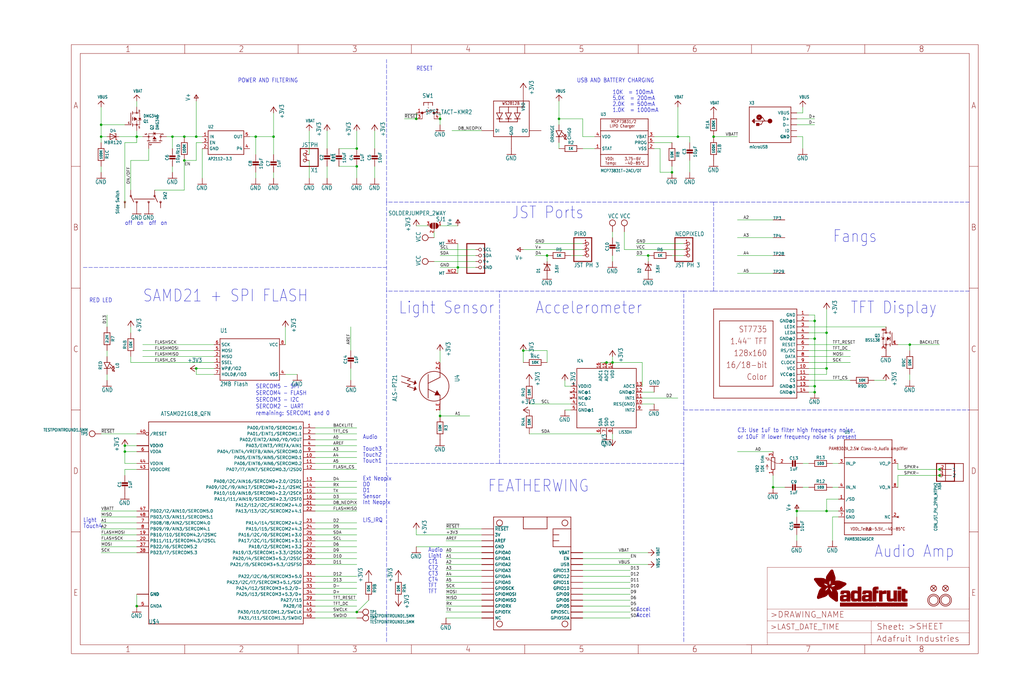
<source format=kicad_sch>
(kicad_sch (version 20211123) (generator eeschema)
  (paper "User" 437.388 299.161)
  (lib_symbols
    (symbol "eagleSchem-eagle-import:+3V3" (power)
      (property "Value" "+3V3" (at -2.54 -5.08 90))
      (symbol "+3V3_1_0"
        (pin power_in line (at 0 -2.54 90) (length 2.54) (name "+3V3") (number "1"))
      )
    )
    (symbol "eagleSchem-eagle-import:ACCEL_LIS3DHTR"
      (property "Reference" "U" (at -12.7 15.24 0))
      (property "Value" "ACCEL_LIS3DHTR" (at 5.08 -15.24 0))
      (symbol "ACCEL_LIS3DHTR_1_0"
        (pin power_in line (at -15.24 5.08 0) (length 2.54) (name "VDDIO") (number "1"))
        (pin bidirectional line (at 15.24 -2.54 180) (length 2.54) (name "RES(GND)") (number "10"))
        (pin output line (at 15.24 0 180) (length 2.54) (name "INT1") (number "11"))
        (pin power_in line (at 15.24 2.54 180) (length 2.54) (name "GND@2") (number "12"))
        (pin input line (at 15.24 5.08 180) (length 2.54) (name "ADC3") (number "13"))
        (pin power_in line (at 2.54 15.24 270) (length 2.54) (name "VDD") (number "14"))
        (pin input line (at 0 15.24 270) (length 2.54) (name "ADC2") (number "15"))
        (pin input line (at -2.54 15.24 270) (length 2.54) (name "ADC1") (number "16"))
        (pin no_connect line (at -15.24 2.54 0) (length 2.54) (name "NC@1") (number "2"))
        (pin no_connect line (at -15.24 0 0) (length 2.54) (name "NC@2") (number "3"))
        (pin bidirectional line (at -15.24 -2.54 0) (length 2.54) (name "SCL") (number "4"))
        (pin power_in line (at -15.24 -5.08 0) (length 2.54) (name "GND@1") (number "5"))
        (pin bidirectional line (at -2.54 -15.24 90) (length 2.54) (name "SDA") (number "6"))
        (pin bidirectional line (at 0 -15.24 90) (length 2.54) (name "SDO") (number "7"))
        (pin input line (at 2.54 -15.24 90) (length 2.54) (name "CS") (number "8"))
        (pin output line (at 15.24 -5.08 180) (length 2.54) (name "INT2") (number "9"))
      )
    )
    (symbol "eagleSchem-eagle-import:ATSAMD21G_QFN"
      (property "Value" "ATSAMD21G_QFN" (at -15.24 40.64 0))
      (symbol "ATSAMD21G_QFN_1_0"
        (pin bidirectional line (at 50.8 35.56 180) (length 5.08) (name "PA00/EINT0/SERCOM1.0") (number "1"))
        (pin bidirectional line (at 50.8 22.86 180) (length 5.08) (name "PA05/EINT5/AIN5/SERCOM0.1") (number "10"))
        (pin bidirectional line (at 50.8 20.32 180) (length 5.08) (name "PA06/EINT6/AIN6/SERCOM0.2") (number "11"))
        (pin bidirectional line (at 50.8 17.78 180) (length 5.08) (name "PA07/I7/AIN7/SERCOM0.3/I2SD0") (number "12"))
        (pin bidirectional line (at 50.8 12.7 180) (length 5.08) (name "PA08/I2C/AIN16/SERCOM0+2.0/I2SD1") (number "13"))
        (pin bidirectional line (at 50.8 10.16 180) (length 5.08) (name "PA09/I2C/I9/AIN17/SERCOM0+2.1/I2SMC") (number "14"))
        (pin bidirectional line (at 50.8 7.62 180) (length 5.08) (name "PA10/I10/AIN18/SERCOM0+2.2/I2SCK") (number "15"))
        (pin bidirectional line (at 50.8 5.08 180) (length 5.08) (name "PA11/I11/AIN19/SERCOM0+2.3/I2SF0") (number "16"))
        (pin power_in line (at -25.4 27.94 0) (length 5.08) (name "VDDIO") (number "17"))
        (pin power_in line (at -25.4 -35.56 0) (length 5.08) (name "GND") (number "18"))
        (pin bidirectional line (at -25.4 -10.16 0) (length 5.08) (name "PB10/I10/SERCOM4.2/I2SMC") (number "19"))
        (pin bidirectional line (at 50.8 33.02 180) (length 5.08) (name "PA01/EINT1/SERCOM1.1") (number "2"))
        (pin bidirectional line (at -25.4 -12.7 0) (length 5.08) (name "PB11/I11/SERCOM4.3/I2SCL") (number "20"))
        (pin bidirectional line (at 50.8 2.54 180) (length 5.08) (name "PA12/I12/I2C/SERCOM2+4.0") (number "21"))
        (pin bidirectional line (at 50.8 0 180) (length 5.08) (name "PA13/I13/I2C/SERCOM2+4.1") (number "22"))
        (pin bidirectional line (at 50.8 -5.08 180) (length 5.08) (name "PA14/I14/SERCOM2+4.2") (number "23"))
        (pin bidirectional line (at 50.8 -7.62 180) (length 5.08) (name "PA15/I15/SERCOM2+4.3") (number "24"))
        (pin bidirectional line (at 50.8 -10.16 180) (length 5.08) (name "PA16/I2C/I0/SERCOM1+3.0") (number "25"))
        (pin bidirectional line (at 50.8 -12.7 180) (length 5.08) (name "PA17/I2C/I1/SERCOM1+3.1") (number "26"))
        (pin bidirectional line (at 50.8 -15.24 180) (length 5.08) (name "PA18/I2/SERCOM1+3.2") (number "27"))
        (pin bidirectional line (at 50.8 -17.78 180) (length 5.08) (name "PA19/I3/SERCOM1+3.3/I2SD0") (number "28"))
        (pin bidirectional line (at 50.8 -20.32 180) (length 5.08) (name "PA20/I4/SERCOM3+5.2/I2SSC") (number "29"))
        (pin bidirectional line (at 50.8 30.48 180) (length 5.08) (name "PA02/EINT2/AIN0/Y0/VOUT") (number "3"))
        (pin bidirectional line (at 50.8 -22.86 180) (length 5.08) (name "PA21/I5/SERCOM3+5.3/I2SFS0") (number "30"))
        (pin bidirectional line (at 50.8 -27.94 180) (length 5.08) (name "PA22/I2C/I6/SERCOM3+5.0") (number "31"))
        (pin bidirectional line (at 50.8 -30.48 180) (length 5.08) (name "PA23/I2C/I7/SERCOM3+5.1/SOF") (number "32"))
        (pin bidirectional line (at 50.8 -33.02 180) (length 5.08) (name "PA24/I12/SERCOM3+5.2/D-") (number "33"))
        (pin bidirectional line (at 50.8 -35.56 180) (length 5.08) (name "PA25/I13/SERCOM3+5.3/D+") (number "34"))
        (pin power_in line (at -25.4 -35.56 0) (length 5.08) (name "GND") (number "35"))
        (pin power_in line (at -25.4 27.94 0) (length 5.08) (name "VDDIO") (number "36"))
        (pin bidirectional line (at -25.4 -15.24 0) (length 5.08) (name "PB22/I6/SERCOM5.2") (number "37"))
        (pin bidirectional line (at -25.4 -17.78 0) (length 5.08) (name "PB23/I7/SERCOM5.3") (number "38"))
        (pin bidirectional line (at 50.8 -38.1 180) (length 5.08) (name "PA27/I15") (number "39"))
        (pin bidirectional line (at 50.8 27.94 180) (length 5.08) (name "PA03/EINT3/VREFA/AIN1") (number "4"))
        (pin bidirectional inverted (at -25.4 33.02 0) (length 5.08) (name "/RESET") (number "40"))
        (pin bidirectional line (at 50.8 -40.64 180) (length 5.08) (name "PA28/I8") (number "41"))
        (pin power_in line (at -25.4 -35.56 0) (length 5.08) (name "GND") (number "42"))
        (pin power_in line (at -25.4 17.78 0) (length 5.08) (name "VDDCORE") (number "43"))
        (pin power_in line (at -25.4 20.32 0) (length 5.08) (name "VDDIN") (number "44"))
        (pin bidirectional line (at 50.8 -43.18 180) (length 5.08) (name "PA30/I10/SECOM1.2/SWCLK") (number "45"))
        (pin bidirectional line (at 50.8 -45.72 180) (length 5.08) (name "PA31/I11/SECOM1.3/SWDIO") (number "46"))
        (pin bidirectional line (at -25.4 0 0) (length 5.08) (name "PB02/I2/AIN10/SERCOM5.0") (number "47"))
        (pin bidirectional line (at -25.4 -2.54 0) (length 5.08) (name "PB03/I3/AIN11/SERCOM5.1") (number "48"))
        (pin power_in line (at -25.4 -40.64 0) (length 5.08) (name "GNDA") (number "5"))
        (pin power_in line (at -25.4 25.4 0) (length 5.08) (name "VDDA") (number "6"))
        (pin bidirectional line (at -25.4 -5.08 0) (length 5.08) (name "PB08/I8/AIN2/SERCOM4.0") (number "7"))
        (pin bidirectional line (at -25.4 -7.62 0) (length 5.08) (name "PB09/I9/AIN3/SERCOM4.1") (number "8"))
        (pin bidirectional line (at 50.8 25.4 180) (length 5.08) (name "PA04/EINT4/VREFB/AIN4/SERCOM0.0") (number "9"))
        (pin power_in line (at -25.4 -35.56 0) (length 5.08) (name "GND") (number "THERMAL"))
      )
    )
    (symbol "eagleSchem-eagle-import:AUDIOAMP_PAM8302A"
      (property "Reference" "U" (at -10.16 22.86 0))
      (property "Value" "AUDIOAMP_PAM8302A" (at -10.16 -22.86 0))
      (symbol "AUDIOAMP_PAM8302A_1_0"
        (text "2.0-5.5V_-40-85°C" (at -1.27 -17.78 0) (effects (font (size 1.27 1.0795)) (justify left)))
        (text "PAM8302A_2.5W Class-D_Audio Amplifier" (at 0 16.51 0) (effects (font (size 1.27 1.0795))))
        (text "VDD:_Temp:" (at -7.62 -17.78 0) (effects (font (size 1.27 1.0795)) (justify left)))
        (pin input line (at -12.7 -5.08 0) (length 2.54) (name "/SD") (number "1"))
        (pin no_connect line (at 12.7 -12.7 180) (length 2.54) (name "NC") (number "2"))
        (pin input line (at -12.7 10.16 0) (length 2.54) (name "IN_P") (number "3"))
        (pin input line (at -12.7 0 0) (length 2.54) (name "IN_N") (number "4"))
        (pin output line (at 12.7 10.16 180) (length 2.54) (name "VO_P") (number "5"))
        (pin power_in line (at -12.7 -10.16 0) (length 2.54) (name "VDD") (number "6"))
        (pin power_in line (at -12.7 -12.7 0) (length 2.54) (name "GND") (number "7"))
        (pin output line (at 12.7 0 180) (length 2.54) (name "VO_N") (number "8"))
      )
    )
    (symbol "eagleSchem-eagle-import:CAP_CERAMIC0603_NO"
      (property "Reference" "C" (at -2.29 1.25 90))
      (property "Value" "CAP_CERAMIC0603_NO" (at 2.3 1.25 90))
      (symbol "CAP_CERAMIC0603_NO_1_0"
        (pin passive line (at 0 5.08 270) (length 2.54) (name "1") (number "1"))
        (pin passive line (at 0 -2.54 90) (length 2.54) (name "2") (number "2"))
      )
    )
    (symbol "eagleSchem-eagle-import:CAP_CERAMIC0805-NOOUTLINE"
      (property "Reference" "C" (at -2.29 1.25 90))
      (property "Value" "CAP_CERAMIC0805-NOOUTLINE" (at 2.3 1.25 90))
      (symbol "CAP_CERAMIC0805-NOOUTLINE_1_0"
        (pin passive line (at 0 5.08 270) (length 2.54) (name "1") (number "1"))
        (pin passive line (at 0 -2.54 90) (length 2.54) (name "2") (number "2"))
      )
    )
    (symbol "eagleSchem-eagle-import:CAP_CERAMIC0805_10MGAP"
      (property "Reference" "C" (at -2.29 1.25 90))
      (property "Value" "CAP_CERAMIC0805_10MGAP" (at 2.3 1.25 90))
      (symbol "CAP_CERAMIC0805_10MGAP_1_0"
        (pin passive line (at 0 5.08 270) (length 2.54) (name "1") (number "1"))
        (pin passive line (at 0 -2.54 90) (length 2.54) (name "2") (number "2"))
      )
    )
    (symbol "eagleSchem-eagle-import:CON_JST_PH_2PIN"
      (property "Reference" "X" (at -6.35 5.715 0))
      (property "Value" "CON_JST_PH_2PIN" (at -6.35 -5.08 0))
      (symbol "CON_JST_PH_2PIN_1_0"
        (pin passive inverted (at -2.54 2.54 0) (length 2.54) (name "1") (number "1"))
        (pin passive inverted (at -2.54 0 0) (length 2.54) (name "2") (number "2"))
      )
    )
    (symbol "eagleSchem-eagle-import:CON_JST_PH_2PIN_MTPH2"
      (property "Reference" "X" (at 0 5.588 90))
      (property "Value" "CON_JST_PH_2PIN_MTPH2" (at 1.651 5.588 90))
      (symbol "CON_JST_PH_2PIN_MTPH2_1_0"
        (pin passive inverted (at -2.54 2.54 0) (length 2.54) (name "1") (number "1"))
        (pin passive inverted (at -2.54 0 0) (length 2.54) (name "2") (number "2"))
      )
      (symbol "CON_JST_PH_2PIN_MTPH2_2_0"
        (pin bidirectional line (at 0 0 90) (length 2.54) (name "P$1") (number "NC2"))
      )
      (symbol "CON_JST_PH_2PIN_MTPH2_3_0"
        (pin bidirectional line (at 0 0 90) (length 2.54) (name "P$1") (number "NC1"))
      )
    )
    (symbol "eagleSchem-eagle-import:CON_JST_PH_3PIN"
      (property "Reference" "X" (at -6.35 5.715 0))
      (property "Value" "CON_JST_PH_3PIN" (at -6.35 -7.62 0))
      (symbol "CON_JST_PH_3PIN_1_0"
        (pin passive inverted (at -2.54 2.54 0) (length 2.54) (name "1") (number "1"))
        (pin passive inverted (at -2.54 0 0) (length 2.54) (name "2") (number "2"))
        (pin passive inverted (at -2.54 -2.54 0) (length 2.54) (name "3") (number "3"))
      )
    )
    (symbol "eagleSchem-eagle-import:CON_MOLEX_2P"
      (symbol "CON_MOLEX_2P_1_0"
        (pin passive line (at -5.08 2.54 0) (length 5.08) (name "1") (number "1"))
        (pin passive line (at -5.08 0 0) (length 5.08) (name "2") (number "2"))
      )
      (symbol "CON_MOLEX_2P_2_0"
        (pin bidirectional line (at 0 0 0) (length 5.08) (name "MT") (number "M1"))
      )
      (symbol "CON_MOLEX_2P_3_0"
        (pin bidirectional line (at 0 0 0) (length 5.08) (name "MT") (number "M2"))
      )
    )
    (symbol "eagleSchem-eagle-import:DIODE-SCHOTTKYSOD-123"
      (property "Reference" "D" (at 0 2.54 0))
      (property "Value" "DIODE-SCHOTTKYSOD-123" (at 0 -2.5 0))
      (symbol "DIODE-SCHOTTKYSOD-123_1_0"
        (pin passive line (at -2.54 0 0) (length 2.54) (name "A") (number "A"))
        (pin passive line (at 2.54 0 180) (length 2.54) (name "C") (number "C"))
      )
    )
    (symbol "eagleSchem-eagle-import:DIODE-ZENERSOD323"
      (property "Reference" "D" (at -2.54 3.0226 0))
      (property "Value" "DIODE-ZENERSOD323" (at -2.54 -4.8514 0))
      (symbol "DIODE-ZENERSOD323_1_0"
        (pin passive line (at -2.54 0 0) (length 2.54) (name "A") (number "A"))
        (pin passive line (at 2.54 0 180) (length 2.54) (name "C") (number "C"))
      )
    )
    (symbol "eagleSchem-eagle-import:DISP_LCD_ST7735_1.44IN"
      (symbol "DISP_LCD_ST7735_1.44IN_1_0"
        (text "1.44\" TFT" (at 2.54 5.08 0) (effects (font (size 2.54 2.159)) (justify left bottom)))
        (text "128x160" (at 2.54 0 0) (effects (font (size 2.54 2.159)) (justify left bottom)))
        (text "16/18-bit" (at 2.54 -5.08 0) (effects (font (size 2.54 2.159)) (justify left bottom)))
        (text "Color" (at 2.54 -10.16 0) (effects (font (size 2.54 2.159)) (justify left bottom)))
        (text "ST7735" (at 2.54 10.16 0) (effects (font (size 2.54 2.159)) (justify left bottom)))
        (pin power_in line (at -15.24 17.78 0) (length 5.08) (name "GND") (number "1"))
        (pin power_in line (at -15.24 -5.08 0) (length 5.08) (name "VCC") (number "10"))
        (pin power_in line (at -15.24 -7.62 0) (length 5.08) (name "VCC@1") (number "11"))
        (pin input line (at -15.24 -10.16 0) (length 5.08) (name "CS") (number "12"))
        (pin power_in line (at -15.24 -12.7 0) (length 5.08) (name "GND@3") (number "13"))
        (pin power_in line (at -15.24 -15.24 0) (length 5.08) (name "GND@4") (number "14"))
        (pin power_in line (at -15.24 15.24 0) (length 5.08) (name "GND@1") (number "2"))
        (pin input line (at -15.24 12.7 0) (length 5.08) (name "LEDK") (number "3"))
        (pin input line (at -15.24 10.16 0) (length 5.08) (name "LEDA") (number "4"))
        (pin power_in line (at -15.24 7.62 0) (length 5.08) (name "GND@2") (number "5"))
        (pin input line (at -15.24 5.08 0) (length 5.08) (name "RESET") (number "6"))
        (pin input line (at -15.24 2.54 0) (length 5.08) (name "RS/DC") (number "7"))
        (pin bidirectional line (at -15.24 0 0) (length 5.08) (name "DATA") (number "8"))
        (pin input line (at -15.24 -2.54 0) (length 5.08) (name "CLOCK") (number "9"))
      )
    )
    (symbol "eagleSchem-eagle-import:FEATHERWING_SMTDUALNOHOLES"
      (symbol "FEATHERWING_SMTDUALNOHOLES_1_0"
        (pin input line (at 5.08 -5.08 90) (length 5.08) (name "~{RESET}") (number "1"))
        (pin input line (at 5.08 -5.08 90) (length 5.08) (name "~{RESET}") (number "1'"))
        (pin bidirectional line (at 27.94 -5.08 90) (length 5.08) (name "GPIOA5") (number "10"))
        (pin bidirectional line (at 27.94 -5.08 90) (length 5.08) (name "GPIOA5") (number "10'"))
        (pin bidirectional line (at 30.48 -5.08 90) (length 5.08) (name "GPIOSCK") (number "11"))
        (pin bidirectional line (at 30.48 -5.08 90) (length 5.08) (name "GPIOSCK") (number "11'"))
        (pin bidirectional line (at 33.02 -5.08 90) (length 5.08) (name "GPIOMOSI") (number "12"))
        (pin bidirectional line (at 33.02 -5.08 90) (length 5.08) (name "GPIOMOSI") (number "12'"))
        (pin bidirectional line (at 35.56 -5.08 90) (length 5.08) (name "GPIOMISO") (number "13"))
        (pin bidirectional line (at 35.56 -5.08 90) (length 5.08) (name "GPIOMISO") (number "13'"))
        (pin bidirectional line (at 38.1 -5.08 90) (length 5.08) (name "GPIORX") (number "14"))
        (pin bidirectional line (at 38.1 -5.08 90) (length 5.08) (name "GPIORX") (number "14'"))
        (pin bidirectional line (at 40.64 -5.08 90) (length 5.08) (name "GPIOTX") (number "15"))
        (pin bidirectional line (at 40.64 -5.08 90) (length 5.08) (name "GPIOTX") (number "15'"))
        (pin passive line (at 43.18 -5.08 90) (length 5.08) (name "NC") (number "16"))
        (pin passive line (at 43.18 -5.08 90) (length 5.08) (name "NC") (number "16'"))
        (pin bidirectional line (at 43.18 38.1 270) (length 5.08) (name "GPIOSDA") (number "17"))
        (pin bidirectional line (at 43.18 38.1 270) (length 5.08) (name "GPIOSDA") (number "17'"))
        (pin bidirectional line (at 40.64 38.1 270) (length 5.08) (name "GPIOSCL") (number "18"))
        (pin bidirectional line (at 40.64 38.1 270) (length 5.08) (name "GPIOSCL") (number "18'"))
        (pin bidirectional line (at 38.1 38.1 270) (length 5.08) (name "GPIO5") (number "19"))
        (pin bidirectional line (at 38.1 38.1 270) (length 5.08) (name "GPIO5") (number "19'"))
        (pin power_in line (at 7.62 -5.08 90) (length 5.08) (name "3V") (number "2"))
        (pin power_in line (at 7.62 -5.08 90) (length 5.08) (name "3V") (number "2'"))
        (pin bidirectional line (at 35.56 38.1 270) (length 5.08) (name "GPIO6") (number "20"))
        (pin bidirectional line (at 35.56 38.1 270) (length 5.08) (name "GPIO6") (number "20'"))
        (pin bidirectional line (at 33.02 38.1 270) (length 5.08) (name "GPIO9") (number "21"))
        (pin bidirectional line (at 33.02 38.1 270) (length 5.08) (name "GPIO9") (number "21'"))
        (pin bidirectional line (at 30.48 38.1 270) (length 5.08) (name "GPIO10") (number "22"))
        (pin bidirectional line (at 30.48 38.1 270) (length 5.08) (name "GPIO10") (number "22'"))
        (pin bidirectional line (at 27.94 38.1 270) (length 5.08) (name "GPIO11") (number "23"))
        (pin bidirectional line (at 27.94 38.1 270) (length 5.08) (name "GPIO11") (number "23'"))
        (pin bidirectional line (at 25.4 38.1 270) (length 5.08) (name "GPIO12") (number "24"))
        (pin bidirectional line (at 25.4 38.1 270) (length 5.08) (name "GPIO12") (number "24'"))
        (pin bidirectional line (at 22.86 38.1 270) (length 5.08) (name "GPIO13") (number "25"))
        (pin bidirectional line (at 22.86 38.1 270) (length 5.08) (name "GPIO13") (number "25'"))
        (pin power_in line (at 20.32 38.1 270) (length 5.08) (name "USB") (number "26"))
        (pin power_in line (at 20.32 38.1 270) (length 5.08) (name "USB") (number "26'"))
        (pin passive line (at 17.78 38.1 270) (length 5.08) (name "EN") (number "27"))
        (pin passive line (at 17.78 38.1 270) (length 5.08) (name "EN") (number "27'"))
        (pin power_in line (at 15.24 38.1 270) (length 5.08) (name "VBAT") (number "28"))
        (pin power_in line (at 15.24 38.1 270) (length 5.08) (name "VBAT") (number "28'"))
        (pin passive line (at 10.16 -5.08 90) (length 5.08) (name "AREF") (number "3"))
        (pin passive line (at 10.16 -5.08 90) (length 5.08) (name "AREF") (number "3'"))
        (pin power_in line (at 12.7 -5.08 90) (length 5.08) (name "GND") (number "4"))
        (pin power_in line (at 12.7 -5.08 90) (length 5.08) (name "GND") (number "4'"))
        (pin bidirectional line (at 15.24 -5.08 90) (length 5.08) (name "GPIOA0") (number "5"))
        (pin bidirectional line (at 15.24 -5.08 90) (length 5.08) (name "GPIOA0") (number "5'"))
        (pin bidirectional line (at 17.78 -5.08 90) (length 5.08) (name "GPIOA1") (number "6"))
        (pin bidirectional line (at 17.78 -5.08 90) (length 5.08) (name "GPIOA1") (number "6'"))
        (pin bidirectional line (at 20.32 -5.08 90) (length 5.08) (name "GPIOA2") (number "7"))
        (pin bidirectional line (at 20.32 -5.08 90) (length 5.08) (name "GPIOA2") (number "7'"))
        (pin bidirectional line (at 22.86 -5.08 90) (length 5.08) (name "GPIOA3") (number "8"))
        (pin bidirectional line (at 22.86 -5.08 90) (length 5.08) (name "GPIOA3") (number "8'"))
        (pin bidirectional line (at 25.4 -5.08 90) (length 5.08) (name "GPIOA4") (number "9"))
        (pin bidirectional line (at 25.4 -5.08 90) (length 5.08) (name "GPIOA4") (number "9'"))
      )
    )
    (symbol "eagleSchem-eagle-import:FIDUCIAL_1MM")
    (symbol "eagleSchem-eagle-import:FRAME_A3_ADAFRUIT"
      (symbol "FRAME_A3_ADAFRUIT_1_0"
        (text "1" (at 24.2094 1.905 0) (effects (font (size 2.54 2.286))))
        (text "1" (at 24.2094 258.445 0) (effects (font (size 2.54 2.286))))
        (text "2" (at 72.6281 1.905 0) (effects (font (size 2.54 2.286))))
        (text "2" (at 72.6281 258.445 0) (effects (font (size 2.54 2.286))))
        (text "3" (at 121.0469 1.905 0) (effects (font (size 2.54 2.286))))
        (text "3" (at 121.0469 258.445 0) (effects (font (size 2.54 2.286))))
        (text "4" (at 169.4656 1.905 0) (effects (font (size 2.54 2.286))))
        (text "4" (at 169.4656 258.445 0) (effects (font (size 2.54 2.286))))
        (text "5" (at 217.8844 1.905 0) (effects (font (size 2.54 2.286))))
        (text "5" (at 217.8844 258.445 0) (effects (font (size 2.54 2.286))))
        (text "6" (at 266.3031 1.905 0) (effects (font (size 2.54 2.286))))
        (text "6" (at 266.3031 258.445 0) (effects (font (size 2.54 2.286))))
        (text "7" (at 314.7219 1.905 0) (effects (font (size 2.54 2.286))))
        (text "7" (at 314.7219 258.445 0) (effects (font (size 2.54 2.286))))
        (text "8" (at 363.1406 1.905 0) (effects (font (size 2.54 2.286))))
        (text "8" (at 363.1406 258.445 0) (effects (font (size 2.54 2.286))))
        (text ">DRAWING_NAME" (at 298.45 15.24 0) (effects (font (size 2.54 2.54)) (justify left bottom)))
        (text ">LAST_DATE_TIME" (at 298.45 10.16 0) (effects (font (size 2.286 2.286)) (justify left bottom)))
        (text ">SHEET" (at 357.505 10.16 0) (effects (font (size 2.54 2.54)) (justify left bottom)))
        (text "A" (at 1.905 234.315 0) (effects (font (size 2.54 2.286))))
        (text "A" (at 385.445 234.315 0) (effects (font (size 2.54 2.286))))
        (text "Adafruit Industries" (at 343.916 4.953 0) (effects (font (size 2.54 2.54)) (justify left bottom)))
        (text "B" (at 1.905 182.245 0) (effects (font (size 2.54 2.286))))
        (text "B" (at 385.445 182.245 0) (effects (font (size 2.54 2.286))))
        (text "C" (at 1.905 130.175 0) (effects (font (size 2.54 2.286))))
        (text "C" (at 385.445 130.175 0) (effects (font (size 2.54 2.286))))
        (text "D" (at 1.905 78.105 0) (effects (font (size 2.54 2.286))))
        (text "D" (at 385.445 78.105 0) (effects (font (size 2.54 2.286))))
        (text "E" (at 1.905 26.035 0) (effects (font (size 2.54 2.286))))
        (text "E" (at 385.445 26.035 0) (effects (font (size 2.54 2.286))))
        (text "Sheet:" (at 343.916 10.033 0) (effects (font (size 2.54 2.54)) (justify left bottom)))
      )
    )
    (symbol "eagleSchem-eagle-import:GND" (power)
      (property "Value" "GND" (at -2.54 -2.54 0))
      (symbol "GND_1_0"
        (pin power_in line (at 0 2.54 270) (length 2.54) (name "GND") (number "1"))
      )
    )
    (symbol "eagleSchem-eagle-import:LED0805_NOOUTLINE"
      (property "Reference" "D" (at -1.27 4.445 0))
      (property "Value" "LED0805_NOOUTLINE" (at -1.27 -2.794 0))
      (symbol "LED0805_NOOUTLINE_1_0"
        (pin passive line (at -5.08 0 0) (length 2.54) (name "A") (number "A"))
        (pin passive line (at 2.54 0 180) (length 2.54) (name "C") (number "C"))
      )
    )
    (symbol "eagleSchem-eagle-import:MCP73831{slash}2"
      (property "Reference" "U" (at -10.16 11.43 0))
      (property "Value" "MCP73831{slash}2" (at -10.16 -12.7 0))
      (symbol "MCP73831{slash}2_1_0"
        (text "-40-85°C" (at 0 -9.525 0) (effects (font (size 1.27 1.0795)) (justify left bottom)))
        (text "3.75-6V" (at 0 -7.62 0) (effects (font (size 1.27 1.0795)) (justify left bottom)))
        (text "LIPO Charger" (at -6.35 6.35 0) (effects (font (size 1.27 1.0795)) (justify left bottom)))
        (text "MCP73831/2" (at -5.715 8.255 0) (effects (font (size 1.27 1.0795)) (justify left bottom)))
        (text "Temp:" (at -8.255 -9.525 0) (effects (font (size 1.27 1.0795)) (justify left bottom)))
        (text "VDD:" (at -8.255 -7.62 0) (effects (font (size 1.27 1.0795)) (justify left bottom)))
        (pin output line (at -12.7 -2.54 0) (length 2.54) (name "STAT") (number "1"))
        (pin power_in line (at 12.7 -2.54 180) (length 2.54) (name "VSS") (number "2"))
        (pin power_in line (at 12.7 2.54 180) (length 2.54) (name "VBAT") (number "3"))
        (pin power_in line (at -12.7 2.54 0) (length 2.54) (name "VDD") (number "4"))
        (pin input line (at 12.7 0 180) (length 2.54) (name "PROG") (number "5"))
      )
    )
    (symbol "eagleSchem-eagle-import:MOSFET-NWIDE"
      (property "Reference" "Q" (at 5.08 0.635 0))
      (property "Value" "MOSFET-NWIDE" (at 5.08 -1.27 0))
      (symbol "MOSFET-NWIDE_1_0"
        (text "D" (at 3.175 3.175 0) (effects (font (size 0.8128 0.6908)) (justify left bottom)))
        (text "G" (at -1.27 -1.905 0) (effects (font (size 0.8128 0.6908)) (justify left bottom)))
        (text "S" (at 3.175 -3.81 0) (effects (font (size 0.8128 0.6908)) (justify left bottom)))
        (pin bidirectional line (at -2.54 -2.54 0) (length 2.54) (name "G") (number "1"))
        (pin bidirectional line (at 2.54 -5.08 90) (length 2.54) (name "S") (number "2"))
        (pin bidirectional line (at 2.54 5.08 270) (length 2.54) (name "D") (number "3"))
      )
    )
    (symbol "eagleSchem-eagle-import:MOSFET-P"
      (property "Reference" "Q" (at 2.794 0.381 0))
      (property "Value" "MOSFET-P" (at 2.794 -1.905 0))
      (symbol "MOSFET-P_1_0"
        (text "D" (at 0.635 -3.81 0) (effects (font (size 0.8128 0.6908)) (justify left bottom)))
        (text "G" (at -3.81 1.27 0) (effects (font (size 0.8128 0.6908)) (justify left bottom)))
        (text "S" (at 0.635 3.175 0) (effects (font (size 0.8128 0.6908)) (justify left bottom)))
        (pin passive line (at -5.08 2.54 0) (length 2.54) (name "G") (number "1"))
        (pin passive line (at 0 5.08 270) (length 2.54) (name "S") (number "2"))
        (pin passive line (at 0 -5.08 90) (length 2.54) (name "D") (number "3"))
      )
    )
    (symbol "eagleSchem-eagle-import:MOUNTINGHOLE2.5")
    (symbol "eagleSchem-eagle-import:PHOTOTRANSISTOR_PT26-21C"
      (property "Reference" "U" (at 8.89 5.08 90))
      (property "Value" "PHOTOTRANSISTOR_PT26-21C" (at -17.78 5.08 90))
      (symbol "PHOTOTRANSISTOR_PT26-21C_1_0"
        (pin bidirectional line (at 2.54 -10.16 90) (length 2.54) (name "E") (number "1_E"))
        (pin bidirectional line (at 2.54 10.16 270) (length 2.54) (name "C") (number "2_C"))
      )
    )
    (symbol "eagleSchem-eagle-import:RESISTOR_0603_NOOUT"
      (property "Reference" "R" (at 0 2.54 0))
      (property "Value" "RESISTOR_0603_NOOUT" (at 0 0 0))
      (symbol "RESISTOR_0603_NOOUT_1_0"
        (pin passive line (at -5.08 0 0) (length 2.54) (name "1") (number "1"))
        (pin passive line (at 5.08 0 180) (length 2.54) (name "2") (number "2"))
      )
    )
    (symbol "eagleSchem-eagle-import:RESISTOR_4PACK"
      (property "Reference" "R" (at 0 2.54 0))
      (property "Value" "RESISTOR_4PACK" (at 0 0 0))
      (symbol "RESISTOR_4PACK_1_0"
        (pin passive line (at -5.08 0 0) (length 2.54) (name "1") (number "1"))
        (pin passive line (at 5.08 0 180) (length 2.54) (name "2") (number "8"))
      )
      (symbol "RESISTOR_4PACK_2_0"
        (pin passive line (at -5.08 0 0) (length 2.54) (name "1") (number "2"))
        (pin passive line (at 5.08 0 180) (length 2.54) (name "2") (number "7"))
      )
      (symbol "RESISTOR_4PACK_3_0"
        (pin passive line (at -5.08 0 0) (length 2.54) (name "1") (number "3"))
        (pin passive line (at 5.08 0 180) (length 2.54) (name "2") (number "6"))
      )
      (symbol "RESISTOR_4PACK_4_0"
        (pin passive line (at -5.08 0 0) (length 2.54) (name "1") (number "4"))
        (pin passive line (at 5.08 0 180) (length 2.54) (name "2") (number "5"))
      )
    )
    (symbol "eagleSchem-eagle-import:SEWTAPPCB_ALLIGATOR"
      (property "Reference" "TP" (at 0 0 0))
      (symbol "SEWTAPPCB_ALLIGATOR_1_0"
        (pin bidirectional line (at 0 0 0) (length 5.08) (name "SEW") (number "P$1"))
      )
    )
    (symbol "eagleSchem-eagle-import:SEWTAP_ALLILONG"
      (property "Reference" "TP" (at 0 0 0))
      (symbol "SEWTAP_ALLILONG_1_0"
        (pin bidirectional line (at 0 0 0) (length 5.08) (name "SEW") (number "P$1"))
      )
    )
    (symbol "eagleSchem-eagle-import:SOLDERJUMPER_2WAY"
      (property "Reference" "SJ" (at -5.08 -3.81 0))
      (property "Value" "SOLDERJUMPER_2WAY" (at -5.08 -6.35 0))
      (symbol "SOLDERJUMPER_2WAY_1_0"
        (pin passive line (at -2.54 0 0) (length 0) (name "1") (number "1"))
        (pin passive line (at 0 2.54 270) (length 0) (name "2") (number "2"))
        (pin passive line (at 2.54 0 180) (length 0) (name "3") (number "3"))
      )
    )
    (symbol "eagleSchem-eagle-import:SPIFLASH_8PIN208MIL"
      (property "Reference" "U" (at -12.7 12.7 0))
      (property "Value" "SPIFLASH_8PIN208MIL" (at -12.7 -10.16 0))
      (symbol "SPIFLASH_8PIN208MIL_1_0"
        (pin bidirectional line (at -15.24 0 0) (length 2.54) (name "SSEL") (number "1"))
        (pin bidirectional line (at -15.24 2.54 0) (length 2.54) (name "MISO") (number "2"))
        (pin bidirectional line (at -15.24 -2.54 0) (length 2.54) (name "WP#/IO2") (number "3"))
        (pin bidirectional line (at 15.24 -5.08 180) (length 2.54) (name "VSS") (number "4"))
        (pin bidirectional line (at -15.24 5.08 0) (length 2.54) (name "MOSI") (number "5"))
        (pin bidirectional line (at -15.24 7.62 0) (length 2.54) (name "SCK") (number "6"))
        (pin bidirectional line (at -15.24 -5.08 0) (length 2.54) (name "HOLD#/IO3") (number "7"))
        (pin bidirectional line (at 15.24 7.62 180) (length 2.54) (name "VCC") (number "8"))
      )
    )
    (symbol "eagleSchem-eagle-import:SPST_TACT-KMR2"
      (property "Reference" "SW" (at -6.35 -2.54 90))
      (property "Value" "SPST_TACT-KMR2" (at -3.81 3.175 90))
      (symbol "SPST_TACT-KMR2_1_0"
        (pin passive line (at 0 -5.08 90) (length 2.54) (name "P") (number "1"))
        (pin passive line (at 0 5.08 270) (length 2.54) (name "S") (number "2"))
        (pin passive line (at 2.54 -5.08 90) (length 2.54) (name "P1") (number "3"))
        (pin passive line (at 2.54 5.08 270) (length 2.54) (name "S1") (number "4"))
      )
    )
    (symbol "eagleSchem-eagle-import:STEMMA_I2C_RASMT"
      (symbol "STEMMA_I2C_RASMT_1_0"
        (pin passive inverted (at 0 5.08 0) (length 2.54) (name "GND") (number "1"))
        (pin passive inverted (at 0 2.54 0) (length 2.54) (name "V+") (number "2"))
        (pin passive inverted (at 0 0 0) (length 2.54) (name "SDA") (number "3"))
        (pin passive inverted (at 0 -2.54 0) (length 2.54) (name "SCL") (number "4"))
      )
      (symbol "STEMMA_I2C_RASMT_2_0"
        (pin bidirectional line (at 0 0 0) (length 5.08) (name "MT") (number "NC1"))
      )
      (symbol "STEMMA_I2C_RASMT_3_0"
        (pin bidirectional line (at 0 0 0) (length 5.08) (name "MT") (number "NC2"))
      )
    )
    (symbol "eagleSchem-eagle-import:SWITCH_DPDTEG1390"
      (property "Reference" "SW" (at -4.445 8.89 0))
      (property "Value" "SWITCH_DPDTEG1390" (at -5.08 -11.43 0))
      (symbol "SWITCH_DPDTEG1390_1_0"
        (pin passive line (at 2.54 7.62 180) (length 2.54) (name "O1") (number "O1"))
        (pin passive line (at 2.54 -2.54 180) (length 2.54) (name "O2") (number "O2"))
        (pin passive line (at -5.08 5.08 0) (length 2.54) (name "P1") (number "P1"))
        (pin passive line (at -5.08 -5.08 0) (length 2.54) (name "P2") (number "P2"))
        (pin passive line (at 2.54 2.54 180) (length 2.54) (name "S1") (number "S1"))
        (pin passive line (at 2.54 -7.62 180) (length 2.54) (name "S2") (number "S2"))
      )
    )
    (symbol "eagleSchem-eagle-import:TESTPOINTROUND1.5MM"
      (property "Reference" "TP" (at 0 5.588 90))
      (property "Value" "TESTPOINTROUND1.5MM" (at 1.651 5.588 90))
      (symbol "TESTPOINTROUND1.5MM_1_0"
        (pin bidirectional line (at 0 0 90) (length 2.54) (name "P$1") (number "P$1"))
      )
    )
    (symbol "eagleSchem-eagle-import:TRIMPOT3303W{slash}X"
      (property "Reference" "VR" (at -5.969 -3.81 90))
      (property "Value" "TRIMPOT3303W{slash}X" (at -3.81 -3.81 90))
      (symbol "TRIMPOT3303W{slash}X_1_0"
        (pin passive line (at 0 -5.08 90) (length 2.54) (name "A") (number "1"))
        (pin passive line (at 5.08 0 180) (length 2.54) (name "S") (number "2"))
        (pin passive line (at 0 5.08 270) (length 2.54) (name "E") (number "3"))
      )
    )
    (symbol "eagleSchem-eagle-import:USB_MICRO_20329_V2"
      (property "Reference" "X" (at -10.16 8.636 0))
      (property "Value" "USB_MICRO_20329_V2" (at -10.16 -10.16 0))
      (symbol "USB_MICRO_20329_V2_1_0"
        (pin power_in line (at 10.16 -5.08 180) (length 2.54) (name "GND") (number "BASE@1"))
        (pin power_in line (at 10.16 -5.08 180) (length 2.54) (name "GND") (number "BASE@2"))
        (pin bidirectional line (at 10.16 2.54 180) (length 2.54) (name "D+") (number "D+"))
        (pin bidirectional line (at 10.16 0 180) (length 2.54) (name "D-") (number "D-"))
        (pin power_in line (at 10.16 -5.08 180) (length 2.54) (name "GND") (number "GND"))
        (pin bidirectional line (at 10.16 -2.54 180) (length 2.54) (name "ID") (number "ID"))
        (pin power_in line (at 10.16 -5.08 180) (length 2.54) (name "GND") (number "SPRT@1"))
        (pin power_in line (at 10.16 -5.08 180) (length 2.54) (name "GND") (number "SPRT@2"))
        (pin power_in line (at 10.16 -5.08 180) (length 2.54) (name "GND") (number "SPRT@3"))
        (pin power_in line (at 10.16 -5.08 180) (length 2.54) (name "GND") (number "SPRT@4"))
        (pin power_in line (at 10.16 5.08 180) (length 2.54) (name "VBUS") (number "VBUS"))
      )
    )
    (symbol "eagleSchem-eagle-import:V+" (power)
      (property "Value" "V+" (at -2.54 -2.54 90))
      (symbol "V+_1_0"
        (pin power_in line (at 0 -2.54 90) (length 2.54) (name "V+") (number "1"))
      )
    )
    (symbol "eagleSchem-eagle-import:VBAT" (power)
      (property "Value" "VBAT" (at -1.524 1.016 0))
      (symbol "VBAT_1_0"
        (pin power_in line (at 0 -2.54 90) (length 2.54) (name "VBAT") (number "1"))
      )
    )
    (symbol "eagleSchem-eagle-import:VBUS" (power)
      (property "Value" "VBUS" (at -1.524 1.016 0))
      (symbol "VBUS_1_0"
        (pin power_in line (at 0 -2.54 90) (length 2.54) (name "VBUS") (number "1"))
      )
    )
    (symbol "eagleSchem-eagle-import:VCC" (power)
      (property "Value" "VCC" (at -1.905 3.175 0))
      (symbol "VCC_1_0"
        (pin power_in line (at 0 -2.54 90) (length 2.54) (name "VCC") (number "1"))
      )
    )
    (symbol "eagleSchem-eagle-import:VREG_SOT23-5"
      (property "Reference" "U" (at -7.62 6.096 0))
      (property "Value" "VREG_SOT23-5" (at -7.62 -7.62 0))
      (symbol "VREG_SOT23-5_1_0"
        (pin power_in line (at -10.16 2.54 0) (length 2.54) (name "IN") (number "1"))
        (pin power_in line (at -10.16 -2.54 0) (length 2.54) (name "GND") (number "2"))
        (pin input line (at -10.16 0 0) (length 2.54) (name "EN") (number "3"))
        (pin bidirectional line (at 10.16 -2.54 180) (length 2.54) (name "P4") (number "4"))
        (pin power_in line (at 10.16 2.54 180) (length 2.54) (name "OUT") (number "5"))
      )
    )
    (symbol "eagleSchem-eagle-import:WS2812B3535"
      (symbol "WS2812B3535_1_0"
        (text "WS2812B" (at -4.064 8.382 0) (effects (font (size 1.27 1.0795)) (justify left bottom)))
        (pin input line (at -12.7 -2.54 0) (length 5.08) (name "DI") (number "1"))
        (pin power_in line (at 5.08 15.24 270) (length 5.08) (name "VDD") (number "2"))
        (pin output line (at 12.7 -2.54 180) (length 5.08) (name "DO") (number "3"))
        (pin power_in line (at 0 -10.16 90) (length 5.08) (name "GND") (number "4"))
      )
    )
  )
  (junction (at 353.06 142.24))
  (junction (at 347.98 137.16))
  (junction (at 83.82 157.48))
  (junction (at 195.58 114.3))
  (junction (at 187.96 177.8))
  (junction (at 261.62 154.94))
  (junction (at 401.32 203.2))
  (junction (at 43.18 53.34))
  (junction (at 238.76 50.8))
  (junction (at 116.84 58.42))
  (junction (at 152.4 71.12))
  (junction (at 152.4 63.5))
  (junction (at 276.86 109.22))
  (junction (at 233.68 109.22))
  (junction (at 78.74 58.42))
  (junction (at 223.52 149.86))
  (junction (at 177.8 50.8))
  (junction (at 340.36 218.44))
  (junction (at 187.96 50.8))
  (junction (at 53.34 190.5))
  (junction (at 289.56 58.42))
  (junction (at 152.4 261.62))
  (junction (at 388.62 147.32))
  (junction (at 304.8 58.42))
  (junction (at 259.08 154.94))
  (junction (at 353.06 218.44))
  (junction (at 83.82 58.42))
  (junction (at 53.34 193.04))
  (junction (at 353.06 157.48))
  (junction (at 401.32 200.66))
  (junction (at 43.18 58.42))
  (junction (at 58.42 259.08))
  (junction (at 109.22 58.42))
  (junction (at 347.98 144.78))
  (junction (at 347.98 167.64))
  (junction (at 58.42 58.42))
  (junction (at 330.2 208.28))
  (junction (at 78.74 68.58))
  (junction (at 347.98 165.1))
  (junction (at 287.02 73.66))
  (junction (at 73.66 58.42))
  (wire (pts (xy 233.68 109.22) (xy 228.6 109.22)))
  (wire (pts (xy 363.22 149.86) (xy 345.44 149.86)))
  (wire (pts (xy 190.5 264.16) (xy 205.74 264.16)))
  (wire (pts (xy 83.82 160.02) (xy 91.44 160.02)))
  (wire (pts (xy 223.52 106.68) (xy 248.92 106.68)))
  (wire (pts (xy 152.4 195.58) (xy 134.62 195.58)))
  (wire (pts (xy 205.74 236.22) (xy 190.5 236.22)))
  (wire (pts (xy 388.62 149.86) (xy 388.62 147.32)))
  (wire (pts (xy 134.62 238.76) (xy 152.4 238.76)))
  (wire (pts (xy 269.24 256.54) (xy 248.92 256.54)))
  (wire (pts (xy 248.92 254) (xy 269.24 254)))
  (wire (pts (xy 276.86 236.22) (xy 248.92 236.22)))
  (wire (pts (xy 132.08 76.2) (xy 132.08 68.58)))
  (wire (pts (xy 205.74 259.08) (xy 190.5 259.08)))
  (wire (pts (xy 330.2 93.98) (xy 314.96 93.98)))
  (wire (pts (xy 53.34 193.04) (xy 53.34 190.5)))
  (wire (pts (xy 58.42 223.52) (xy 43.18 223.52)))
  (polyline (pts (xy 304.8 124.46) (xy 304.8 86.36)))
  (wire (pts (xy 134.62 261.62) (xy 152.4 261.62)))
  (wire (pts (xy 152.4 213.36) (xy 134.62 213.36)))
  (wire (pts (xy 388.62 147.32) (xy 401.32 147.32)))
  (wire (pts (xy 66.04 81.28) (xy 78.74 81.28)))
  (wire (pts (xy 190.5 256.54) (xy 205.74 256.54)))
  (wire (pts (xy 383.54 203.2) (xy 401.32 203.2)))
  (polyline (pts (xy 292.1 124.46) (xy 213.36 124.46)))
  (wire (pts (xy 223.52 154.94) (xy 223.52 149.86)))
  (wire (pts (xy 134.62 251.46) (xy 152.4 251.46)))
  (wire (pts (xy 58.42 55.88) (xy 58.42 58.42)))
  (wire (pts (xy 43.18 231.14) (xy 58.42 231.14)))
  (wire (pts (xy 134.62 193.04) (xy 152.4 193.04)))
  (wire (pts (xy 134.62 241.3) (xy 152.4 241.3)))
  (wire (pts (xy 248.92 58.42) (xy 254 58.42)))
  (wire (pts (xy 248.92 50.8) (xy 248.92 58.42)))
  (wire (pts (xy 248.92 248.92) (xy 269.24 248.92)))
  (wire (pts (xy 279.4 60.96) (xy 287.02 60.96)))
  (wire (pts (xy 134.62 259.08) (xy 152.4 259.08)))
  (wire (pts (xy 347.98 144.78) (xy 347.98 165.1)))
  (wire (pts (xy 256.54 185.42) (xy 226.06 185.42)))
  (wire (pts (xy 269.24 238.76) (xy 248.92 238.76)))
  (wire (pts (xy 127 160.02) (xy 121.92 160.02)))
  (wire (pts (xy 106.68 58.42) (xy 109.22 58.42)))
  (polyline (pts (xy 35.56 114.3) (xy 165.1 114.3)))
  (wire (pts (xy 45.72 160.02) (xy 45.72 162.56)))
  (wire (pts (xy 160.02 76.2) (xy 160.02 71.12)))
  (wire (pts (xy 91.44 157.48) (xy 83.82 157.48)))
  (wire (pts (xy 134.62 231.14) (xy 152.4 231.14)))
  (wire (pts (xy 358.14 218.44) (xy 353.06 218.44)))
  (wire (pts (xy 121.92 139.7) (xy 121.92 147.32)))
  (wire (pts (xy 340.36 48.26) (xy 342.9 48.26)))
  (wire (pts (xy 238.76 53.34) (xy 238.76 50.8)))
  (wire (pts (xy 233.68 149.86) (xy 223.52 149.86)))
  (wire (pts (xy 160.02 63.5) (xy 160.02 55.88)))
  (polyline (pts (xy 292.1 175.26) (xy 414.02 175.26)))
  (wire (pts (xy 347.98 144.78) (xy 345.44 144.78)))
  (wire (pts (xy 152.4 76.2) (xy 152.4 71.12)))
  (wire (pts (xy 116.84 73.66) (xy 116.84 76.2)))
  (wire (pts (xy 269.24 264.16) (xy 248.92 264.16)))
  (wire (pts (xy 185.42 101.6) (xy 185.42 99.06)))
  (polyline (pts (xy 292.1 175.26) (xy 292.1 124.46)))
  (wire (pts (xy 73.66 58.42) (xy 73.66 63.5)))
  (wire (pts (xy 261.62 187.96) (xy 261.62 185.42)))
  (wire (pts (xy 292.1 109.22) (xy 287.02 109.22)))
  (wire (pts (xy 238.76 60.96) (xy 238.76 63.5)))
  (wire (pts (xy 294.64 68.58) (xy 294.64 73.66)))
  (wire (pts (xy 58.42 193.04) (xy 53.34 193.04)))
  (wire (pts (xy 58.42 60.96) (xy 58.42 58.42)))
  (wire (pts (xy 58.42 254) (xy 58.42 259.08)))
  (wire (pts (xy 342.9 198.12) (xy 345.44 198.12)))
  (polyline (pts (xy 414.02 124.46) (xy 304.8 124.46)))
  (wire (pts (xy 266.7 106.68) (xy 292.1 106.68)))
  (wire (pts (xy 261.62 152.4) (xy 261.62 154.94)))
  (wire (pts (xy 345.44 134.62) (xy 347.98 134.62)))
  (wire (pts (xy 134.62 246.38) (xy 152.4 246.38)))
  (wire (pts (xy 134.62 218.44) (xy 152.4 218.44)))
  (wire (pts (xy 45.72 58.42) (xy 43.18 58.42)))
  (wire (pts (xy 353.06 213.36) (xy 353.06 218.44)))
  (wire (pts (xy 134.62 198.12) (xy 152.4 198.12)))
  (wire (pts (xy 58.42 233.68) (xy 43.18 233.68)))
  (polyline (pts (xy 165.1 274.32) (xy 165.1 198.12)))
  (wire (pts (xy 152.4 63.5) (xy 144.78 63.5)))
  (wire (pts (xy 195.58 116.84) (xy 195.58 114.3)))
  (wire (pts (xy 281.94 73.66) (xy 287.02 73.66)))
  (wire (pts (xy 190.5 238.76) (xy 205.74 238.76)))
  (wire (pts (xy 177.8 226.06) (xy 177.8 228.6)))
  (wire (pts (xy 205.74 246.38) (xy 190.5 246.38)))
  (wire (pts (xy 340.36 50.8) (xy 347.98 50.8)))
  (wire (pts (xy 55.88 139.7) (xy 55.88 142.24)))
  (polyline (pts (xy 292.1 198.12) (xy 292.1 175.26)))
  (wire (pts (xy 304.8 58.42) (xy 314.96 58.42)))
  (wire (pts (xy 71.12 58.42) (xy 73.66 58.42)))
  (wire (pts (xy 134.62 215.9) (xy 152.4 215.9)))
  (wire (pts (xy 53.34 88.9) (xy 53.34 60.96)))
  (wire (pts (xy 238.76 43.18) (xy 238.76 50.8)))
  (wire (pts (xy 347.98 137.16) (xy 347.98 144.78)))
  (wire (pts (xy 91.44 152.4) (xy 60.96 152.4)))
  (wire (pts (xy 134.62 236.22) (xy 152.4 236.22)))
  (wire (pts (xy 187.96 53.34) (xy 187.96 50.8)))
  (polyline (pts (xy 213.36 198.12) (xy 213.36 124.46)))
  (wire (pts (xy 91.44 147.32) (xy 60.96 147.32)))
  (wire (pts (xy 58.42 198.12) (xy 53.34 198.12)))
  (wire (pts (xy 342.9 58.42) (xy 342.9 63.5)))
  (wire (pts (xy 187.96 177.8) (xy 200.66 177.8)))
  (wire (pts (xy 55.88 154.94) (xy 91.44 154.94)))
  (wire (pts (xy 358.14 220.98) (xy 355.6 220.98)))
  (wire (pts (xy 58.42 190.5) (xy 53.34 190.5)))
  (wire (pts (xy 289.56 45.72) (xy 289.56 58.42)))
  (wire (pts (xy 83.82 58.42) (xy 78.74 58.42)))
  (wire (pts (xy 294.64 58.42) (xy 289.56 58.42)))
  (wire (pts (xy 363.22 147.32) (xy 345.44 147.32)))
  (wire (pts (xy 347.98 137.16) (xy 345.44 137.16)))
  (wire (pts (xy 53.34 53.34) (xy 43.18 53.34)))
  (polyline (pts (xy 292.1 198.12) (xy 213.36 198.12)))
  (wire (pts (xy 261.62 154.94) (xy 259.08 154.94)))
  (wire (pts (xy 134.62 185.42) (xy 152.4 185.42)))
  (wire (pts (xy 279.4 63.5) (xy 281.94 63.5)))
  (wire (pts (xy 152.4 264.16) (xy 134.62 264.16)))
  (wire (pts (xy 259.08 154.94) (xy 256.54 154.94)))
  (wire (pts (xy 63.5 63.5) (xy 63.5 68.58)))
  (wire (pts (xy 347.98 53.34) (xy 340.36 53.34)))
  (wire (pts (xy 241.3 165.1) (xy 241.3 162.56)))
  (wire (pts (xy 248.92 261.62) (xy 269.24 261.62)))
  (wire (pts (xy 55.88 152.4) (xy 55.88 154.94)))
  (wire (pts (xy 292.1 104.14) (xy 271.78 104.14)))
  (wire (pts (xy 78.74 58.42) (xy 73.66 58.42)))
  (wire (pts (xy 134.62 248.92) (xy 152.4 248.92)))
  (wire (pts (xy 243.84 172.72) (xy 226.06 172.72)))
  (polyline (pts (xy 165.1 124.46) (xy 165.1 86.36)))
  (wire (pts (xy 248.92 243.84) (xy 269.24 243.84)))
  (wire (pts (xy 294.64 60.96) (xy 294.64 58.42)))
  (wire (pts (xy 353.06 218.44) (xy 340.36 218.44)))
  (wire (pts (xy 347.98 134.62) (xy 347.98 137.16)))
  (wire (pts (xy 152.4 55.88) (xy 152.4 63.5)))
  (wire (pts (xy 152.4 71.12) (xy 144.78 71.12)))
  (wire (pts (xy 152.4 226.06) (xy 134.62 226.06)))
  (wire (pts (xy 86.36 63.5) (xy 86.36 76.2)))
  (wire (pts (xy 134.62 256.54) (xy 152.4 256.54)))
  (wire (pts (xy 378.46 162.56) (xy 373.38 162.56)))
  (wire (pts (xy 388.62 162.56) (xy 388.62 160.02)))
  (wire (pts (xy 109.22 66.04) (xy 109.22 58.42)))
  (wire (pts (xy 353.06 157.48) (xy 345.44 157.48)))
  (wire (pts (xy 287.02 71.12) (xy 287.02 73.66)))
  (wire (pts (xy 187.96 48.26) (xy 187.96 50.8)))
  (wire (pts (xy 345.44 142.24) (xy 353.06 142.24)))
  (wire (pts (xy 63.5 68.58) (xy 55.88 68.58)))
  (wire (pts (xy 43.18 226.06) (xy 58.42 226.06)))
  (wire (pts (xy 358.14 198.12) (xy 355.6 198.12)))
  (wire (pts (xy 248.92 241.3) (xy 276.86 241.3)))
  (wire (pts (xy 58.42 200.66) (xy 53.34 200.66)))
  (wire (pts (xy 330.2 109.22) (xy 314.96 109.22)))
  (wire (pts (xy 116.84 58.42) (xy 116.84 66.04)))
  (wire (pts (xy 134.62 190.5) (xy 152.4 190.5)))
  (wire (pts (xy 53.34 198.12) (xy 53.34 193.04)))
  (wire (pts (xy 43.18 236.22) (xy 58.42 236.22)))
  (wire (pts (xy 43.18 60.96) (xy 43.18 58.42)))
  (wire (pts (xy 60.96 58.42) (xy 58.42 58.42)))
  (wire (pts (xy 342.9 48.26) (xy 342.9 45.72)))
  (wire (pts (xy 261.62 111.76) (xy 261.62 109.22)))
  (wire (pts (xy 243.84 165.1) (xy 241.3 165.1)))
  (wire (pts (xy 205.74 231.14) (xy 190.5 231.14)))
  (wire (pts (xy 248.92 104.14) (xy 228.6 104.14)))
  (wire (pts (xy 177.8 228.6) (xy 205.74 228.6)))
  (wire (pts (xy 276.86 109.22) (xy 271.78 109.22)))
  (wire (pts (xy 274.32 170.18) (xy 289.56 170.18)))
  (wire (pts (xy 274.32 172.72) (xy 279.4 172.72)))
  (wire (pts (xy 177.8 50.8) (xy 177.8 48.26)))
  (wire (pts (xy 58.42 228.6) (xy 43.18 228.6)))
  (wire (pts (xy 383.54 200.66) (xy 401.32 200.66)))
  (wire (pts (xy 205.74 251.46) (xy 190.5 251.46)))
  (wire (pts (xy 172.72 50.8) (xy 177.8 50.8)))
  (wire (pts (xy 187.96 154.94) (xy 187.96 149.86)))
  (wire (pts (xy 83.82 60.96) (xy 86.36 60.96)))
  (wire (pts (xy 152.4 205.74) (xy 134.62 205.74)))
  (wire (pts (xy 157.48 256.54) (xy 152.4 261.62)))
  (wire (pts (xy 276.86 111.76) (xy 276.86 109.22)))
  (wire (pts (xy 347.98 165.1) (xy 347.98 167.64)))
  (wire (pts (xy 187.96 177.8) (xy 187.96 175.26)))
  (wire (pts (xy 233.68 109.22) (xy 233.68 111.76)))
  (wire (pts (xy 50.8 58.42) (xy 58.42 58.42)))
  (wire (pts (xy 83.82 157.48) (xy 83.82 160.02)))
  (wire (pts (xy 83.82 68.58) (xy 83.82 60.96)))
  (wire (pts (xy 195.58 114.3) (xy 187.96 114.3)))
  (wire (pts (xy 353.06 132.08) (xy 353.06 142.24)))
  (wire (pts (xy 149.86 157.48) (xy 149.86 162.56)))
  (wire (pts (xy 55.88 81.28) (xy 55.88 68.58)))
  (wire (pts (xy 58.42 220.98) (xy 43.18 220.98)))
  (wire (pts (xy 58.42 218.44) (xy 43.18 218.44)))
  (wire (pts (xy 134.62 210.82) (xy 152.4 210.82)))
  (wire (pts (xy 330.2 208.28) (xy 330.2 203.2)))
  (wire (pts (xy 58.42 43.18) (xy 58.42 45.72)))
  (wire (pts (xy 248.92 63.5) (xy 254 63.5)))
  (wire (pts (xy 358.14 208.28) (xy 355.6 208.28)))
  (wire (pts (xy 53.34 60.96) (xy 58.42 60.96)))
  (wire (pts (xy 274.32 165.1) (xy 274.32 154.94)))
  (wire (pts (xy 281.94 63.5) (xy 281.94 73.66)))
  (wire (pts (xy 340.36 228.6) (xy 340.36 231.14)))
  (wire (pts (xy 187.96 96.52) (xy 195.58 96.52)))
  (wire (pts (xy 238.76 50.8) (xy 248.92 50.8)))
  (wire (pts (xy 353.06 142.24) (xy 353.06 157.48)))
  (wire (pts (xy 134.62 228.6) (xy 152.4 228.6)))
  (wire (pts (xy 86.36 58.42) (xy 83.82 58.42)))
  (wire (pts (xy 340.36 58.42) (xy 342.9 58.42)))
  (wire (pts (xy 363.22 162.56) (xy 345.44 162.56)))
  (wire (pts (xy 353.06 157.48) (xy 353.06 160.02)))
  (wire (pts (xy 45.72 149.86) (xy 45.72 152.4)))
  (wire (pts (xy 347.98 167.64) (xy 345.44 167.64)))
  (wire (pts (xy 190.5 261.62) (xy 205.74 261.62)))
  (polyline (pts (xy 304.8 86.36) (xy 165.1 86.36)))
  (wire (pts (xy 363.22 154.94) (xy 345.44 154.94)))
  (wire (pts (xy 205.74 226.06) (xy 190.5 226.06)))
  (wire (pts (xy 330.2 116.84) (xy 314.96 116.84)))
  (wire (pts (xy 345.44 139.7) (xy 378.46 139.7)))
  (wire (pts (xy 274.32 167.64) (xy 279.4 167.64)))
  (wire (pts (xy 269.24 251.46) (xy 248.92 251.46)))
  (wire (pts (xy 182.88 96.52) (xy 177.8 96.52)))
  (wire (pts (xy 53.34 200.66) (xy 53.34 203.2)))
  (wire (pts (xy 345.44 208.28) (xy 342.9 208.28)))
  (wire (pts (xy 73.66 71.12) (xy 73.66 73.66)))
  (wire (pts (xy 134.62 187.96) (xy 152.4 187.96)))
  (wire (pts (xy 274.32 154.94) (xy 261.62 154.94)))
  (wire (pts (xy 203.2 111.76) (xy 185.42 111.76)))
  (wire (pts (xy 195.58 104.14) (xy 195.58 114.3)))
  (wire (pts (xy 109.22 73.66) (xy 109.22 76.2)))
  (polyline (pts (xy 165.1 86.36) (xy 165.1 25.4)))
  (wire (pts (xy 203.2 106.68) (xy 187.96 106.68)))
  (polyline (pts (xy 414.02 86.36) (xy 304.8 86.36)))
  (wire (pts (xy 358.14 213.36) (xy 353.06 213.36)))
  (wire (pts (xy 205.74 254) (xy 190.5 254)))
  (wire (pts (xy 43.18 58.42) (xy 43.18 53.34)))
  (wire (pts (xy 134.62 182.88) (xy 152.4 182.88)))
  (wire (pts (xy 132.08 55.88) (xy 132.08 66.04)))
  (wire (pts (xy 152.4 254) (xy 134.62 254)))
  (wire (pts (xy 205.74 55.88) (xy 193.04 55.88)))
  (wire (pts (xy 266.7 106.68) (xy 266.7 99.06)))
  (wire (pts (xy 205.74 241.3) (xy 190.5 241.3)))
  (wire (pts (xy 43.18 73.66) (xy 43.18 71.12)))
  (wire (pts (xy 203.2 114.3) (xy 195.58 114.3)))
  (wire (pts (xy 83.82 43.18) (xy 83.82 58.42)))
  (polyline (pts (xy 165.1 198.12) (xy 165.1 124.46)))
  (polyline (pts (xy 304.8 124.46) (xy 292.1 124.46)))
  (wire (pts (xy 152.4 233.68) (xy 134.62 233.68)))
  (wire (pts (xy 205.74 233.68) (xy 177.8 233.68)))
  (wire (pts (xy 340.36 218.44) (xy 340.36 220.98)))
  (wire (pts (xy 347.98 165.1) (xy 345.44 165.1)))
  (wire (pts (xy 78.74 68.58) (xy 83.82 68.58)))
  (wire (pts (xy 58.42 185.42) (xy 43.18 185.42)))
  (wire (pts (xy 335.28 208.28) (xy 330.2 208.28)))
  (wire (pts (xy 314.96 101.6) (xy 330.2 101.6)))
  (wire (pts (xy 203.2 109.22) (xy 187.96 109.22)))
  (wire (pts (xy 139.7 55.88) (xy 139.7 63.5)))
  (wire (pts (xy 401.32 203.2) (xy 403.86 203.2)))
  (wire (pts (xy 401.32 200.66) (xy 403.86 200.66)))
  (wire (pts (xy 289.56 58.42) (xy 279.4 58.42)))
  (wire (pts (xy 269.24 246.38) (xy 248.92 246.38)))
  (wire (pts (xy 190.5 243.84) (xy 205.74 243.84)))
  (wire (pts (xy 60.96 149.86) (xy 91.44 149.86)))
  (wire (pts (xy 109.22 58.42) (xy 116.84 58.42)))
  (wire (pts (xy 248.92 259.08) (xy 269.24 259.08)))
  (wire (pts (xy 116.84 58.42) (xy 116.84 48.26)))
  (wire (pts (xy 314.96 193.04) (xy 330.2 193.04)))
  (polyline (pts (xy 213.36 198.12) (xy 165.1 198.12)))
  (wire (pts (xy 261.62 101.6) (xy 261.62 99.06)))
  (wire (pts (xy 149.86 149.86) (xy 149.86 139.7)))
  (wire (pts (xy 241.3 175.26) (xy 243.84 175.26)))
  (wire (pts (xy 134.62 208.28) (xy 152.4 208.28)))
  (wire (pts (xy 134.62 200.66) (xy 152.4 200.66)))
  (wire (pts (xy 45.72 139.7) (xy 45.72 134.62)))
  (wire (pts (xy 139.7 76.2) (xy 139.7 71.12)))
  (wire (pts (xy 248.92 109.22) (xy 243.84 109.22)))
  (wire (pts (xy 233.68 154.94) (xy 233.68 149.86)))
  (wire (pts (xy 383.54 200.66) (xy 383.54 198.12)))
  (wire (pts (xy 134.62 223.52) (xy 152.4 223.52)))
  (wire (pts (xy 353.06 160.02) (xy 345.44 160.02)))
  (wire (pts (xy 363.22 152.4) (xy 345.44 152.4)))
  (polyline (pts (xy 213.36 124.46) (xy 165.1 124.46)))
  (polyline (pts (xy 292.1 274.32) (xy 292.1 198.12)))
  (wire (pts (xy 388.62 147.32) (xy 383.54 147.32)))
  (wire (pts (xy 78.74 81.28) (xy 78.74 68.58)))
  (wire (pts (xy 43.18 53.34) (xy 43.18 45.72)))
  (wire (pts (xy 190.5 248.92) (xy 205.74 248.92)))
  (wire (pts (xy 355.6 220.98) (xy 355.6 231.14)))
  (wire (pts (xy 383.54 203.2) (xy 383.54 208.28)))
  (text "10K  = 100mA" (at 261.62 40.64 180) (effects (font (size 1.778 1.5113)) (justify left bottom)))
  (text "Ext Neopix" (at 154.94 205.74 180) (effects (font (size 1.778 1.5113)) (justify left bottom)))
  (text "2.0K  = 500mA" (at 261.62 45.72 180) (effects (font (size 1.778 1.5113)) (justify left bottom)))
  (text "FEATHERWING" (at 208.28 210.82 180) (effects (font (size 5.08 4.318)) (justify left bottom)))
  (text "SAMD21 + SPI FLASH" (at 60.96 129.54 180) (effects (font (size 5.08 4.318)) (justify left bottom)))
  (text "D0" (at 154.94 208.28 180) (effects (font (size 1.778 1.5113)) (justify left bottom)))
  (text "Accel" (at 271.78 264.16 180) (effects (font (size 1.778 1.5113)) (justify left bottom)))
  (text "Fangs" (at 355.6 104.14 180) (effects (font (size 5.08 4.318)) (justify left bottom)))
  (text "SERCOM5 - SPI\nSERCOM4 - FLASH\nSERCOM3 - I2C\nSERCOM2 - UART\nremaining: SERCOM1 and 0" (at 109.22 177.8 180) (effects (font (size 1.778 1.5113)) (justify left bottom)))
  (text "Audio" (at 182.88 236.22 180) (effects (font (size 1.778 1.5113)) (justify left bottom)))
  (text "Touch1" (at 154.94 198.12 180) (effects (font (size 1.778 1.5113)) (justify left bottom)))
  (text "Accelerometer" (at 228.6 134.62 180) (effects (font (size 5.08 4.318)) (justify left bottom)))
  (text "Touch3" (at 154.94 193.04 180) (effects (font (size 1.778 1.5113)) (justify left bottom)))
  (text "on" (at 58.42 96.52 180) (effects (font (size 1.778 1.5113)) (justify left bottom)))
  (text "D1" (at 154.94 210.82 180) (effects (font (size 1.778 1.5113)) (justify left bottom)))
  (text "Touch4" (at 35.56 226.06 180) (effects (font (size 1.778 1.5113)) (justify left bottom)))
  (text "TFT Display" (at 363.22 134.62 180) (effects (font (size 5.08 4.318)) (justify left bottom)))
  (text "TFT" (at 182.88 254 180) (effects (font (size 1.778 1.5113)) (justify left bottom)))
  (text "RED LED" (at 38.1 129.54 180) (effects (font (size 1.778 1.5113)) (justify left bottom)))
  (text "TFT" (at 182.88 251.46 180) (effects (font (size 1.778 1.5113)) (justify left bottom)))
  (text "Light Sensor" (at 170.18 134.62 180) (effects (font (size 5.08 4.318)) (justify left bottom)))
  (text "CT3" (at 182.88 246.38 180) (effects (font (size 1.778 1.5113)) (justify left bottom)))
  (text "1.0K  = 1000mA" (at 261.62 48.26 180) (effects (font (size 1.778 1.5113)) (justify left bottom)))
  (text "RESET" (at 177.8 30.48 180) (effects (font (size 1.778 1.5113)) (justify left bottom)))
  (text "Light" (at 35.56 223.52 180) (effects (font (size 1.778 1.5113)) (justify left bottom)))
  (text "USB AND BATTERY CHARGING" (at 246.38 35.56 180) (effects (font (size 1.778 1.5113)) (justify left bottom)))
  (text "on" (at 68.58 96.52 180) (effects (font (size 1.778 1.5113)) (justify left bottom)))
  (text "CT1" (at 182.88 241.3 180) (effects (font (size 1.778 1.5113)) (justify left bottom)))
  (text "Audio" (at 154.94 187.96 180) (effects (font (size 1.778 1.5113)) (justify left bottom)))
  (text "LIS_IRQ" (at 154.94 223.52 180) (effects (font (size 1.778 1.5113)) (justify left bottom)))
  (text "CT2" (at 182.88 243.84 180) (effects (font (size 1.778 1.5113)) (justify left bottom)))
  (text "Accel" (at 271.78 261.62 180) (effects (font (size 1.778 1.5113)) (justify left bottom)))
  (text "off" (at 63.5 96.52 180) (effects (font (size 1.778 1.5113)) (justify left bottom)))
  (text "Sensor" (at 154.94 213.36 180) (effects (font (size 1.778 1.5113)) (justify left bottom)))
  (text "Int Neopix" (at 154.94 215.9 180) (effects (font (size 1.778 1.5113)) (justify left bottom)))
  (text "Touch2" (at 154.94 195.58 180) (effects (font (size 1.778 1.5113)) (justify left bottom)))
  (text "Light" (at 182.88 238.76 180) (effects (font (size 1.778 1.5113)) (justify left bottom)))
  (text "5.0K  = 200mA" (at 261.62 43.18 180) (effects (font (size 1.778 1.5113)) (justify left bottom)))
  (text "Audio Amp" (at 373.38 238.76 180) (effects (font (size 5.08 4.318)) (justify left bottom)))
  (text "JST Ports" (at 218.44 93.98 180) (effects (font (size 5.08 4.318)) (justify left bottom)))
  (text "POWER AND FILTERING" (at 101.6 35.56 180) (effects (font (size 1.778 1.5113)) (justify left bottom)))
  (text "CT4" (at 182.88 248.92 180) (effects (font (size 1.778 1.5113)) (justify left bottom)))
  (text "C3: Use 1uF to filter high frequency noise,\nor 10uF if lower frequency noise is present" (at 314.96 187.96 180) (effects (font (size 1.778 1.5113)) (justify left bottom)))
  (text "off" (at 53.34 96.52 180) (effects (font (size 1.778 1.5113)) (justify left bottom)))
  (label "FLASHSCK" (at 43.18 231.14 0) (effects (font (size 1.2446 1.2446))))
  (label "D+" (at 345.44 50.8 0) (effects (font (size 1.2446 1.2446))))
  (label "SCL" (at 187.96 106.68 0) (effects (font (size 1.2446 1.2446))))
  (label "EN" (at 78.74 71.12 0) (effects (font (size 1.2446 1.2446))))
  (label "VCC" (at 271.78 106.68 0) (effects (font (size 1.2446 1.2446))))
  (label "A4" (at 190.5 246.38 0) (effects (font (size 1.2446 1.2446))))
  (label "~{RESET}" (at 172.72 50.8 0) (effects (font (size 1.2446 1.2446))))
  (label "TFT_DC" (at 142.24 259.08 0) (effects (font (size 1.2446 1.2446))))
  (label "A5" (at 317.5 116.84 0) (effects (font (size 1.2446 1.2446))))
  (label "A4" (at 142.24 195.58 0) (effects (font (size 1.2446 1.2446))))
  (label "SWCLK" (at 142.24 261.62 0) (effects (font (size 1.2446 1.2446))))
  (label "D2" (at 284.48 170.18 0) (effects (font (size 1.2446 1.2446))))
  (label "~{RESET}" (at 43.18 185.42 0) (effects (font (size 1.2446 1.2446))))
  (label "A0" (at 142.24 187.96 0) (effects (font (size 1.2446 1.2446))))
  (label "BACKLITE" (at 401.32 147.32 180) (effects (font (size 1.2446 1.2446))))
  (label "D2" (at 142.24 223.52 0) (effects (font (size 1.2446 1.2446))))
  (label "TFT_CS" (at 355.6 162.56 0) (effects (font (size 1.2446 1.2446))))
  (label "A5" (at 142.24 198.12 0) (effects (font (size 1.2446 1.2446))))
  (label "FLASHMOSI" (at 43.18 228.6 0) (effects (font (size 1.2446 1.2446))))
  (label "V+" (at 228.6 106.68 0) (effects (font (size 1.2446 1.2446))))
  (label "SCK" (at 355.6 154.94 0) (effects (font (size 1.2446 1.2446))))
  (label "SWDIO" (at 142.24 264.16 0) (effects (font (size 1.2446 1.2446))))
  (label "D6" (at 142.24 233.68 0) (effects (font (size 1.2446 1.2446))))
  (label "GND" (at 187.96 114.3 0) (effects (font (size 1.2446 1.2446))))
  (label "D8_NEOPIX" (at 195.58 55.88 0) (effects (font (size 1.2446 1.2446))))
  (label "A3" (at 142.24 193.04 0) (effects (font (size 1.2446 1.2446))))
  (label "GND" (at 271.78 104.14 0) (effects (font (size 1.2446 1.2446))))
  (label "D-" (at 345.44 53.34 0) (effects (font (size 1.2446 1.2446))))
  (label "SCK" (at 43.18 236.22 0) (effects (font (size 1.2446 1.2446))))
  (label "A2" (at 43.18 226.06 0) (effects (font (size 1.2446 1.2446))))
  (label "GND" (at 228.6 104.14 0) (effects (font (size 1.2446 1.2446))))
  (label "EN" (at 269.24 238.76 0) (effects (font (size 1.2446 1.2446))))
  (label "D12" (at 142.24 246.38 0) (effects (font (size 1.2446 1.2446))))
  (label "AREF" (at 149.86 147.32 90) (effects (font (size 1.2446 1.2446))))
  (label "D-" (at 142.24 251.46 0) (effects (font (size 1.2446 1.2446))))
  (label "D10" (at 142.24 238.76 0) (effects (font (size 1.2446 1.2446))))
  (label "SDA" (at 142.24 228.6 0) (effects (font (size 1.2446 1.2446))))
  (label "A2" (at 317.5 93.98 0) (effects (font (size 1.2446 1.2446))))
  (label "VBUS" (at 264.16 241.3 0) (effects (font (size 1.2446 1.2446))))
  (label "D10" (at 269.24 251.46 0) (effects (font (size 1.2446 1.2446))))
  (label "RX" (at 190.5 259.08 0) (effects (font (size 1.2446 1.2446))))
  (label "D5" (at 269.24 259.08 0) (effects (font (size 1.2446 1.2446))))
  (label "A2" (at 190.5 241.3 0) (effects (font (size 1.2446 1.2446))))
  (label "SCL" (at 269.24 261.62 0) (effects (font (size 1.2446 1.2446))))
  (label "FLASHMOSI" (at 66.04 149.86 0) (effects (font (size 1.2446 1.2446))))
  (label "D11" (at 269.24 248.92 0) (effects (font (size 1.2446 1.2446))))
  (label "TFT_CS" (at 142.24 185.42 0) (effects (font (size 1.2446 1.2446))))
  (label "A1" (at 43.18 223.52 0) (effects (font (size 1.2446 1.2446))))
  (label "TFT_RESET" (at 142.24 256.54 0) (effects (font (size 1.2446 1.2446))))
  (label "TX" (at 190.5 261.62 0) (effects (font (size 1.2446 1.2446))))
  (label "MOSI" (at 355.6 152.4 0) (effects (font (size 1.2446 1.2446))))
  (label "FLASHMISO" (at 142.24 218.44 0) (effects (font (size 1.2446 1.2446))))
  (label "A3" (at 190.5 243.84 0) (effects (font (size 1.2446 1.2446))))
  (label "D3" (at 271.78 109.22 0) (effects (font (size 1.2446 1.2446))))
  (label "A0" (at 322.58 193.04 0) (effects (font (size 1.2446 1.2446))))
  (label "+3V3" (at 190.5 228.6 0) (effects (font (size 1.2446 1.2446))))
  (label "D5" (at 142.24 226.06 0) (effects (font (size 1.2446 1.2446))))
  (label "TFT_DC" (at 355.6 149.86 0) (effects (font (size 1.2446 1.2446))))
  (label "RX" (at 142.24 208.28 0) (effects (font (size 1.2446 1.2446))))
  (label "MISO" (at 43.18 220.98 0) (effects (font (size 1.2446 1.2446))))
  (label "SPKR+" (at 386.08 200.66 0) (effects (font (size 1.2446 1.2446))))
  (label "D13" (at 269.24 243.84 0) (effects (font (size 1.2446 1.2446))))
  (label "SDA" (at 187.96 109.22 0) (effects (font (size 1.2446 1.2446))))
  (label "D13" (at 45.72 134.62 270) (effects (font (size 1.2446 1.2446))))
  (label "A0" (at 190.5 236.22 0) (effects (font (size 1.2446 1.2446))))
  (label "SPKR-" (at 386.08 203.2 0) (effects (font (size 1.2446 1.2446))))
  (label "D8_NEOPIX" (at 142.24 215.9 0) (effects (font (size 1.2446 1.2446))))
  (label "D4" (at 142.24 205.74 0) (effects (font (size 1.2446 1.2446))))
  (label "A4" (at 317.5 109.22 0) (effects (font (size 1.2446 1.2446))))
  (label "D4" (at 228.6 109.22 0) (effects (font (size 1.2446 1.2446))))
  (label "TX" (at 142.24 210.82 0) (effects (font (size 1.2446 1.2446))))
  (label "MOSI" (at 190.5 254 0) (effects (font (size 1.2446 1.2446))))
  (label "BACKLITE" (at 142.24 182.88 0) (effects (font (size 1.2446 1.2446))))
  (label "D9" (at 269.24 254 0) (effects (font (size 1.2446 1.2446))))
  (label "FLASH_CS" (at 66.04 154.94 0) (effects (font (size 1.2446 1.2446))))
  (label "D9" (at 142.24 236.22 0) (effects (font (size 1.2446 1.2446))))
  (label "SDA" (at 269.24 264.16 0) (effects (font (size 1.2446 1.2446))))
  (label "VBATT" (at 309.88 58.42 0) (effects (font (size 1.2446 1.2446))))
  (label "SCK" (at 190.5 251.46 0) (effects (font (size 1.2446 1.2446))))
  (label "D12" (at 269.24 246.38 0) (effects (font (size 1.2446 1.2446))))
  (label "FLASHMISO" (at 66.04 152.4 0) (effects (font (size 1.2446 1.2446))))
  (label "FLASH_CS" (at 142.24 200.66 0) (effects (font (size 1.2446 1.2446))))
  (label "AREF" (at 190.5 231.14 0) (effects (font (size 1.2446 1.2446))))
  (label "D+" (at 142.24 254 0) (effects (font (size 1.2446 1.2446))))
  (label "D6" (at 269.24 256.54 0) (effects (font (size 1.2446 1.2446))))
  (label "TFT_RESET" (at 355.6 147.32 0) (effects (font (size 1.2446 1.2446))))
  (label "VBATT" (at 43.18 218.44 0) (effects (font (size 1.2446 1.2446))))
  (label "FLASHSCK" (at 66.04 147.32 0) (effects (font (size 1.2446 1.2446))))
  (label "SDA" (at 231.14 185.42 0) (effects (font (size 1.2446 1.2446))))
  (label "ON/OFF" (at 55.88 78.74 90) (effects (font (size 1.2446 1.2446))))
  (label "A1" (at 194.31 177.8 0) (effects (font (size 1.2446 1.2446))))
  (label "AREF" (at 142.24 190.5 0) (effects (font (size 1.2446 1.2446))))
  (label "A1" (at 190.5 238.76 0) (effects (font (size 1.2446 1.2446))))
  (label "MISO" (at 190.5 256.54 0) (effects (font (size 1.2446 1.2446))))
  (label "~{RESET}" (at 190.5 226.06 0) (effects (font (size 1.2446 1.2446))))
  (label "SCL" (at 142.24 231.14 0) (effects (font (size 1.2446 1.2446))))
  (label "MOSI" (at 43.18 233.68 0) (effects (font (size 1.2446 1.2446))))
  (label "A3" (at 317.5 101.6 0) (effects (font (size 1.2446 1.2446))))
  (label "D3" (at 142.24 213.36 0) (effects (font (size 1.2446 1.2446))))
  (label "A5" (at 190.5 248.92 0) (effects (font (size 1.2446 1.2446))))
  (label "D13" (at 142.24 248.92 0) (effects (font (size 1.2446 1.2446))))
  (label "D11" (at 142.24 241.3 0) (effects (font (size 1.2446 1.2446))))
  (label "VBAT" (at 264.16 236.22 0) (effects (font (size 1.2446 1.2446))))
  (label "SCL" (at 231.14 172.72 0) (effects (font (size 1.2446 1.2446))))
  (symbol (lib_id "eagleSchem-eagle-import:+3V3") (at 53.34 187.96 0) (unit 1)
    (property "Reference" "#+3V3" (effects hide))
    (property "Value" "+3V3" (at 50.8 193.04 90) (effects (font (size 1.778 1.5113)) (justify left bottom)))
    (property "Footprint" "eagleSchem:" (effects hide))
  )
  (symbol (lib_id "eagleSchem-eagle-import:GND") (at 139.7 78.74 0) (unit 1)
    (property "Reference" "#GND14" (effects hide))
    (property "Value" "GND" (at 137.16 81.28 0) (effects (font (size 1.778 1.5113)) (justify left bottom)))
    (property "Footprint" "eagleSchem:" (effects hide))
  )
  (symbol (lib_id "eagleSchem-eagle-import:V+") (at 220.98 106.68 90) (unit 1)
    (property "Reference" "#P+5" (effects hide))
    (property "Value" "V+" (at 223.52 109.22 90) (effects (font (size 1.778 1.5113)) (justify left bottom)))
    (property "Footprint" "eagleSchem:" (effects hide))
  )
  (symbol (lib_id "eagleSchem-eagle-import:+3V3") (at 241.3 160.02 0) (mirror y) (unit 1)
    (property "Reference" "#+3V12" (effects hide))
    (property "Value" "+3V3" (at 243.84 165.1 90) (effects (font (size 1.778 1.5113)) (justify left bottom)))
    (property "Footprint" "eagleSchem:" (effects hide))
  )
  (symbol (lib_id "eagleSchem-eagle-import:V+") (at 83.82 40.64 0) (unit 1)
    (property "Reference" "#P+2" (effects hide))
    (property "Value" "V+" (at 81.28 43.18 90) (effects (font (size 1.778 1.5113)) (justify left bottom)))
    (property "Footprint" "eagleSchem:" (effects hide))
  )
  (symbol (lib_id "eagleSchem-eagle-import:CON_JST_PH_2PIN_MTPH2") (at 401.32 200.66 180) (unit 1)
    (property "Reference" "X6" (at 401.32 206.248 90) (effects (font (size 1.27 1.0795)) (justify left)))
    (property "Value" "CON_JST_PH_2PIN_MTPH2" (at 399.669 206.248 90) (effects (font (size 1.27 1.0795)) (justify left)))
    (property "Footprint" "eagleSchem:JSTPH2" (effects hide))
  )
  (symbol (lib_id "eagleSchem-eagle-import:GND") (at 342.9 66.04 0) (unit 1)
    (property "Reference" "#GND1" (effects hide))
    (property "Value" "GND" (at 340.36 68.58 0) (effects (font (size 1.778 1.5113)) (justify left bottom)))
    (property "Footprint" "eagleSchem:" (effects hide))
  )
  (symbol (lib_id "eagleSchem-eagle-import:+3V3") (at 160.02 53.34 0) (mirror y) (unit 1)
    (property "Reference" "#+3V2" (effects hide))
    (property "Value" "+3V3" (at 162.56 58.42 90) (effects (font (size 1.778 1.5113)) (justify left bottom)))
    (property "Footprint" "eagleSchem:" (effects hide))
  )
  (symbol (lib_id "eagleSchem-eagle-import:V+") (at 195.58 93.98 0) (unit 1)
    (property "Reference" "#P+6" (effects hide))
    (property "Value" "V+" (at 193.04 96.52 90) (effects (font (size 1.778 1.5113)) (justify left bottom)))
    (property "Footprint" "eagleSchem:" (effects hide))
  )
  (symbol (lib_id "eagleSchem-eagle-import:+3V3") (at 170.18 243.84 0) (unit 1)
    (property "Reference" "#+3V22" (effects hide))
    (property "Value" "+3V3" (at 167.64 248.92 90) (effects (font (size 1.778 1.5113)) (justify left bottom)))
    (property "Footprint" "eagleSchem:" (effects hide))
  )
  (symbol (lib_id "eagleSchem-eagle-import:+3V3") (at 170.18 259.08 180) (unit 1)
    (property "Reference" "#+3V23" (effects hide))
    (property "Value" "+3V3" (at 172.72 254 90) (effects (font (size 1.778 1.5113)) (justify left bottom)))
    (property "Footprint" "eagleSchem:" (effects hide))
  )
  (symbol (lib_id "eagleSchem-eagle-import:+3V3") (at 121.92 137.16 0) (mirror y) (unit 1)
    (property "Reference" "#+3V5" (effects hide))
    (property "Value" "+3V3" (at 124.46 142.24 90) (effects (font (size 1.778 1.5113)) (justify left bottom)))
    (property "Footprint" "eagleSchem:" (effects hide))
  )
  (symbol (lib_id "eagleSchem-eagle-import:V+") (at 340.36 215.9 0) (unit 1)
    (property "Reference" "#P+3" (effects hide))
    (property "Value" "V+" (at 337.82 218.44 90) (effects (font (size 1.778 1.5113)) (justify left bottom)))
    (property "Footprint" "eagleSchem:" (effects hide))
  )
  (symbol (lib_id "eagleSchem-eagle-import:RESISTOR_0603_NOOUT") (at 350.52 208.28 0) (unit 1)
    (property "Reference" "R12" (at 350.52 205.74 0))
    (property "Value" "100" (at 350.52 208.28 0) (effects (font (size 1.016 1.016) bold)))
    (property "Footprint" "eagleSchem:0603-NO" (effects hide))
  )
  (symbol (lib_id "eagleSchem-eagle-import:CAP_CERAMIC0805_10MGAP") (at 144.78 68.58 0) (unit 1)
    (property "Reference" "C11" (at 142.49 67.33 90))
    (property "Value" "10uF" (at 147.08 67.33 90))
    (property "Footprint" "eagleSchem:0805_10MGAP" (effects hide))
  )
  (symbol (lib_id "eagleSchem-eagle-import:MCP73831{slash}2") (at 266.7 60.96 0) (unit 1)
    (property "Reference" "U3" (at 256.54 49.53 0) (effects (font (size 1.27 1.0795)) (justify left bottom)))
    (property "Value" "MCP73831T-2ACI/OT" (at 256.54 73.66 0) (effects (font (size 1.27 1.0795)) (justify left bottom)))
    (property "Footprint" "eagleSchem:SOT23-5" (effects hide))
  )
  (symbol (lib_id "eagleSchem-eagle-import:GND") (at 86.36 78.74 0) (unit 1)
    (property "Reference" "#U$30" (effects hide))
    (property "Value" "GND" (at 83.82 81.28 0) (effects (font (size 1.778 1.5113)) (justify left bottom)))
    (property "Footprint" "eagleSchem:" (effects hide))
  )
  (symbol (lib_id "eagleSchem-eagle-import:CAP_CERAMIC0805-NOOUTLINE") (at 340.36 226.06 0) (unit 1)
    (property "Reference" "C15" (at 338.07 224.81 90))
    (property "Value" "10uF" (at 342.66 224.81 90))
    (property "Footprint" "eagleSchem:0805-NO" (effects hide))
  )
  (symbol (lib_id "eagleSchem-eagle-import:RESISTOR_4PACK") (at 157.48 251.46 270) (unit 2)
    (property "Reference" "R9" (at 160.02 251.46 0))
    (property "Value" "10K" (at 157.48 251.46 0) (effects (font (size 1.016 1.016) bold)))
    (property "Footprint" "eagleSchem:RESPACK_4X0603" (effects hide))
  )
  (symbol (lib_id "eagleSchem-eagle-import:RESISTOR_0603_NOOUT") (at 45.72 144.78 270) (unit 1)
    (property "Reference" "R7" (at 48.26 144.78 0))
    (property "Value" "2.2K" (at 45.72 144.78 0) (effects (font (size 1.016 1.016) bold)))
    (property "Footprint" "eagleSchem:0603-NO" (effects hide))
  )
  (symbol (lib_id "eagleSchem-eagle-import:VCC") (at 182.88 101.6 90) (unit 1)
    (property "Reference" "#SUPPLY3" (effects hide))
    (property "Value" "VCC" (at 179.705 103.505 0) (effects (font (size 1.778 1.5113)) (justify left bottom)))
    (property "Footprint" "eagleSchem:" (effects hide))
  )
  (symbol (lib_id "eagleSchem-eagle-import:VBUS") (at 279.4 241.3 270) (mirror x) (unit 1)
    (property "Reference" "#U$19" (effects hide))
    (property "Value" "VBUS" (at 280.416 242.824 0) (effects (font (size 1.27 1.0795)) (justify left bottom)))
    (property "Footprint" "eagleSchem:" (effects hide))
  )
  (symbol (lib_id "eagleSchem-eagle-import:GND") (at 132.08 78.74 0) (unit 1)
    (property "Reference" "#U$22" (effects hide))
    (property "Value" "GND" (at 129.54 81.28 0) (effects (font (size 1.778 1.5113)) (justify left bottom)))
    (property "Footprint" "eagleSchem:" (effects hide))
  )
  (symbol (lib_id "eagleSchem-eagle-import:MOSFET-P") (at 58.42 50.8 0) (mirror x) (unit 1)
    (property "Reference" "Q1" (at 61.214 51.181 0) (effects (font (size 1.27 1.0795)) (justify left bottom)))
    (property "Value" "DMG341" (at 61.214 48.895 0) (effects (font (size 1.27 1.0795)) (justify left bottom)))
    (property "Footprint" "eagleSchem:SOT23-R" (effects hide))
  )
  (symbol (lib_id "eagleSchem-eagle-import:GND") (at 53.34 213.36 0) (unit 1)
    (property "Reference" "#U$6" (effects hide))
    (property "Value" "GND" (at 50.8 215.9 0) (effects (font (size 1.778 1.5113)) (justify left bottom)))
    (property "Footprint" "eagleSchem:" (effects hide))
  )
  (symbol (lib_id "eagleSchem-eagle-import:+3V3") (at 261.62 190.5 0) (mirror x) (unit 1)
    (property "Reference" "#+3V17" (effects hide))
    (property "Value" "+3V3" (at 259.08 185.42 90) (effects (font (size 1.778 1.5113)) (justify left bottom)))
    (property "Footprint" "eagleSchem:" (effects hide))
  )
  (symbol (lib_id "eagleSchem-eagle-import:TESTPOINTROUND1.5MM") (at 152.4 261.62 270) (unit 1)
    (property "Reference" "TP1" (at 157.988 261.62 90) (effects (font (size 1.27 1.0795)) (justify left)))
    (property "Value" "TESTPOINTROUND1.5MM" (at 157.988 263.271 90) (effects (font (size 1.27 1.0795)) (justify left)))
    (property "Footprint" "eagleSchem:TESTPOINT_ROUND_1.5MM" (effects hide))
  )
  (symbol (lib_id "eagleSchem-eagle-import:GND") (at 241.3 177.8 0) (unit 1)
    (property "Reference" "#GND5" (effects hide))
    (property "Value" "GND" (at 238.76 180.34 0) (effects (font (size 1.778 1.5113)) (justify left bottom)))
    (property "Footprint" "eagleSchem:" (effects hide))
  )
  (symbol (lib_id "eagleSchem-eagle-import:CAP_CERAMIC0805-NOOUTLINE") (at 294.64 66.04 0) (unit 1)
    (property "Reference" "C3" (at 292.35 64.79 90))
    (property "Value" "10µF" (at 296.94 64.79 90))
    (property "Footprint" "eagleSchem:0805-NO" (effects hide))
  )
  (symbol (lib_id "eagleSchem-eagle-import:+3V3") (at 223.52 147.32 0) (mirror y) (unit 1)
    (property "Reference" "#+3V18" (effects hide))
    (property "Value" "+3V3" (at 226.06 152.4 90) (effects (font (size 1.778 1.5113)) (justify left bottom)))
    (property "Footprint" "eagleSchem:" (effects hide))
  )
  (symbol (lib_id "eagleSchem-eagle-import:GND") (at 261.62 114.3 0) (unit 1)
    (property "Reference" "#GND16" (effects hide))
    (property "Value" "GND" (at 259.08 116.84 0) (effects (font (size 1.778 1.5113)) (justify left bottom)))
    (property "Footprint" "eagleSchem:" (effects hide))
  )
  (symbol (lib_id "eagleSchem-eagle-import:RESISTOR_4PACK") (at 304.8 63.5 270) (unit 2)
    (property "Reference" "R1" (at 307.34 63.5 0))
    (property "Value" "100K" (at 304.8 63.5 0) (effects (font (size 1.016 1.016) bold)))
    (property "Footprint" "eagleSchem:RESPACK_4X0603" (effects hide))
  )
  (symbol (lib_id "eagleSchem-eagle-import:VCC") (at 266.7 96.52 0) (unit 1)
    (property "Reference" "#SUPPLY1" (effects hide))
    (property "Value" "VCC" (at 264.795 93.345 0) (effects (font (size 1.778 1.5113)) (justify left bottom)))
    (property "Footprint" "eagleSchem:" (effects hide))
  )
  (symbol (lib_id "eagleSchem-eagle-import:CAP_CERAMIC0603_NO") (at 53.34 208.28 0) (unit 1)
    (property "Reference" "C1" (at 51.05 207.03 90))
    (property "Value" "1uF" (at 55.64 207.03 90))
    (property "Footprint" "eagleSchem:0603-NO" (effects hide))
  )
  (symbol (lib_id "eagleSchem-eagle-import:MOUNTINGHOLE2.5") (at 403.86 256.54 0) (unit 1)
    (property "Reference" "U$32" (effects hide))
    (property "Value" "MOUNTINGHOLE2.5" (effects hide))
    (property "Footprint" "eagleSchem:MOUNTINGHOLE_2.5_PLATED" (effects hide))
  )
  (symbol (lib_id "eagleSchem-eagle-import:TRIMPOT3303W{slash}X") (at 330.2 198.12 0) (unit 1)
    (property "Reference" "VR2" (at 324.231 201.93 90) (effects (font (size 1.27 1.0795)) (justify left bottom)))
    (property "Value" "10K trim" (at 326.39 201.93 90) (effects (font (size 1.27 1.0795)) (justify left bottom)))
    (property "Footprint" "eagleSchem:TRIMPOT_BOURNS_3303W" (effects hide))
  )
  (symbol (lib_id "eagleSchem-eagle-import:+3V3") (at 152.4 53.34 0) (unit 1)
    (property "Reference" "#+3V15" (effects hide))
    (property "Value" "+3V3" (at 149.86 58.42 90) (effects (font (size 1.778 1.5113)) (justify left bottom)))
    (property "Footprint" "eagleSchem:" (effects hide))
  )
  (symbol (lib_id "eagleSchem-eagle-import:CAP_CERAMIC0603_NO") (at 337.82 198.12 270) (unit 1)
    (property "Reference" "C13" (at 339.07 195.83 90))
    (property "Value" "1uF" (at 339.07 200.42 90))
    (property "Footprint" "eagleSchem:0603-NO" (effects hide))
  )
  (symbol (lib_id "eagleSchem-eagle-import:VCC") (at 261.62 96.52 0) (unit 1)
    (property "Reference" "#SUPPLY4" (effects hide))
    (property "Value" "VCC" (at 259.715 93.345 0) (effects (font (size 1.778 1.5113)) (justify left bottom)))
    (property "Footprint" "eagleSchem:" (effects hide))
  )
  (symbol (lib_id "eagleSchem-eagle-import:TESTPOINTROUND1.5MM") (at 43.18 185.42 90) (unit 1)
    (property "Reference" "TP5" (at 37.592 185.42 90) (effects (font (size 1.27 1.0795)) (justify left)))
    (property "Value" "TESTPOINTROUND1.5MM" (at 37.592 183.769 90) (effects (font (size 1.27 1.0795)) (justify left)))
    (property "Footprint" "eagleSchem:TESTPOINT_ROUND_1.5MM" (effects hide))
  )
  (symbol (lib_id "eagleSchem-eagle-import:+3V3") (at 353.06 129.54 0) (mirror y) (unit 1)
    (property "Reference" "#+3V9" (effects hide))
    (property "Value" "+3V3" (at 355.6 134.62 90) (effects (font (size 1.778 1.5113)) (justify left bottom)))
    (property "Footprint" "eagleSchem:" (effects hide))
  )
  (symbol (lib_id "eagleSchem-eagle-import:+3V3") (at 81.28 157.48 90) (mirror x) (unit 1)
    (property "Reference" "#+3V7" (effects hide))
    (property "Value" "+3V3" (at 86.36 154.94 90) (effects (font (size 1.778 1.5113)) (justify left bottom)))
    (property "Footprint" "eagleSchem:" (effects hide))
  )
  (symbol (lib_id "eagleSchem-eagle-import:RESISTOR_4PACK") (at 228.6 154.94 0) (unit 3)
    (property "Reference" "R4" (at 228.6 152.4 0))
    (property "Value" "10K" (at 228.6 154.94 0) (effects (font (size 1.016 1.016) bold)))
    (property "Footprint" "eagleSchem:RESPACK_4X0603" (effects hide))
  )
  (symbol (lib_id "eagleSchem-eagle-import:DISP_LCD_ST7735_1.44IN") (at 330.2 152.4 0) (mirror y) (unit 1)
    (property "Reference" "TFT0" (effects hide))
    (property "Value" "DISP_LCD_ST7735_1.44IN" (effects hide))
    (property "Footprint" "eagleSchem:TFT_1.44IN_128_128" (effects hide))
  )
  (symbol (lib_id "eagleSchem-eagle-import:CAP_CERAMIC0603_NO") (at 139.7 68.58 0) (unit 1)
    (property "Reference" "C2" (at 137.41 67.33 90))
    (property "Value" "1uF" (at 142 67.33 90))
    (property "Footprint" "eagleSchem:0603-NO" (effects hide))
  )
  (symbol (lib_id "eagleSchem-eagle-import:LED0805_NOOUTLINE") (at 45.72 157.48 270) (unit 1)
    (property "Reference" "L0" (at 50.165 156.21 0))
    (property "Value" "RED" (at 42.926 156.21 0))
    (property "Footprint" "eagleSchem:CHIPLED_0805_NOOUTLINE" (effects hide))
  )
  (symbol (lib_id "eagleSchem-eagle-import:GND") (at 58.42 91.44 0) (unit 1)
    (property "Reference" "#U$2" (effects hide))
    (property "Value" "GND" (at 55.88 93.98 0) (effects (font (size 1.778 1.5113)) (justify left bottom)))
    (property "Footprint" "eagleSchem:" (effects hide))
  )
  (symbol (lib_id "eagleSchem-eagle-import:FEATHERWING_SMTDUALNOHOLES") (at 210.82 220.98 270) (unit 1)
    (property "Reference" "MS1" (effects hide))
    (property "Value" "FEATHERWING_SMTDUALNOHOLES" (effects hide))
    (property "Footprint" "eagleSchem:FEATHERWING_SMT_NOHOLES" (effects hide))
  )
  (symbol (lib_id "eagleSchem-eagle-import:RESISTOR_4PACK") (at 170.18 251.46 270) (unit 1)
    (property "Reference" "R9" (at 172.72 251.46 0))
    (property "Value" "10K" (at 170.18 251.46 0) (effects (font (size 1.016 1.016) bold)))
    (property "Footprint" "eagleSchem:RESPACK_4X0603" (effects hide))
  )
  (symbol (lib_id "eagleSchem-eagle-import:GND") (at 160.02 78.74 0) (unit 1)
    (property "Reference" "#U$11" (effects hide))
    (property "Value" "GND" (at 157.48 81.28 0) (effects (font (size 1.778 1.5113)) (justify left bottom)))
    (property "Footprint" "eagleSchem:" (effects hide))
  )
  (symbol (lib_id "eagleSchem-eagle-import:GND") (at 187.96 190.5 0) (unit 1)
    (property "Reference" "#GND24" (effects hide))
    (property "Value" "GND" (at 185.42 193.04 0) (effects (font (size 1.778 1.5113)) (justify left bottom)))
    (property "Footprint" "eagleSchem:" (effects hide))
  )
  (symbol (lib_id "eagleSchem-eagle-import:STEMMA_I2C_RASMT") (at 195.58 116.84 180) (unit 3)
    (property "Reference" "I2C0" (effects hide))
    (property "Value" "JST PH 4" (effects hide))
    (property "Footprint" "eagleSchem:JSTPH4" (effects hide))
  )
  (symbol (lib_id "eagleSchem-eagle-import:GND") (at 355.6 233.68 0) (unit 1)
    (property "Reference" "#U$46" (effects hide))
    (property "Value" "GND" (at 353.06 236.22 0) (effects (font (size 1.778 1.5113)) (justify left bottom)))
    (property "Footprint" "eagleSchem:" (effects hide))
  )
  (symbol (lib_id "eagleSchem-eagle-import:GND") (at 287.02 76.2 0) (unit 1)
    (property "Reference" "#U$36" (effects hide))
    (property "Value" "GND" (at 284.48 78.74 0) (effects (font (size 1.778 1.5113)) (justify left bottom)))
    (property "Footprint" "eagleSchem:" (effects hide))
  )
  (symbol (lib_id "eagleSchem-eagle-import:GND") (at 152.4 78.74 0) (unit 1)
    (property "Reference" "#GND18" (effects hide))
    (property "Value" "GND" (at 149.86 81.28 0) (effects (font (size 1.778 1.5113)) (justify left bottom)))
    (property "Footprint" "eagleSchem:" (effects hide))
  )
  (symbol (lib_id "eagleSchem-eagle-import:WS2812B3535") (at 218.44 53.34 0) (unit 1)
    (property "Reference" "LED1" (effects hide))
    (property "Value" "WS2812B3535" (effects hide))
    (property "Footprint" "eagleSchem:LED3535" (effects hide))
  )
  (symbol (lib_id "eagleSchem-eagle-import:VBUS") (at 238.76 40.64 0) (unit 1)
    (property "Reference" "#U$38" (effects hide))
    (property "Value" "VBUS" (at 237.236 39.624 0) (effects (font (size 1.27 1.0795)) (justify left bottom)))
    (property "Footprint" "eagleSchem:" (effects hide))
  )
  (symbol (lib_id "eagleSchem-eagle-import:+3V3") (at 177.8 223.52 0) (mirror y) (unit 1)
    (property "Reference" "#+3V1" (effects hide))
    (property "Value" "+3V3" (at 180.34 228.6 90) (effects (font (size 1.778 1.5113)) (justify left bottom)))
    (property "Footprint" "eagleSchem:" (effects hide))
  )
  (symbol (lib_id "eagleSchem-eagle-import:DIODE-SCHOTTKYSOD-123") (at 48.26 58.42 0) (unit 1)
    (property "Reference" "D4" (at 48.26 55.88 0))
    (property "Value" "MBR120" (at 48.26 60.92 0))
    (property "Footprint" "eagleSchem:SOD-123" (effects hide))
  )
  (symbol (lib_id "eagleSchem-eagle-import:FRAME_A3_ADAFRUIT") (at 30.48 279.4 0) (unit 1)
    (property "Reference" "#U$10" (effects hide))
    (property "Value" "FRAME_A3_ADAFRUIT" (effects hide))
    (property "Footprint" "eagleSchem:" (effects hide))
  )
  (symbol (lib_id "eagleSchem-eagle-import:GND") (at 388.62 165.1 0) (unit 1)
    (property "Reference" "#GND3" (effects hide))
    (property "Value" "GND" (at 386.08 167.64 0) (effects (font (size 1.778 1.5113)) (justify left bottom)))
    (property "Footprint" "eagleSchem:" (effects hide))
  )
  (symbol (lib_id "eagleSchem-eagle-import:LED0805_NOOUTLINE") (at 238.76 58.42 270) (unit 1)
    (property "Reference" "CHG0" (at 243.205 57.15 0))
    (property "Value" "ORANGE" (at 235.966 57.15 0))
    (property "Footprint" "eagleSchem:CHIPLED_0805_NOOUTLINE" (effects hide))
  )
  (symbol (lib_id "eagleSchem-eagle-import:GND") (at 330.2 210.82 0) (unit 1)
    (property "Reference" "#U$48" (effects hide))
    (property "Value" "GND" (at 327.66 213.36 0) (effects (font (size 1.778 1.5113)) (justify left bottom)))
    (property "Footprint" "eagleSchem:" (effects hide))
  )
  (symbol (lib_id "eagleSchem-eagle-import:RESISTOR_4PACK") (at 226.06 167.64 90) (unit 4)
    (property "Reference" "R4" (at 223.52 167.64 0))
    (property "Value" "10K" (at 226.06 167.64 0) (effects (font (size 1.016 1.016) bold)))
    (property "Footprint" "eagleSchem:RESPACK_4X0603" (effects hide))
  )
  (symbol (lib_id "eagleSchem-eagle-import:CAP_CERAMIC0603_NO") (at 116.84 71.12 0) (unit 1)
    (property "Reference" "C7" (at 114.55 69.87 90))
    (property "Value" "1uF" (at 119.14 69.87 90))
    (property "Footprint" "eagleSchem:0603-NO" (effects hide))
  )
  (symbol (lib_id "eagleSchem-eagle-import:SEWTAP_ALLILONG") (at 330.2 116.84 0) (unit 1)
    (property "Reference" "TP29" (at 330.2 116.84 0) (effects (justify left bottom)))
    (property "Value" "SEWTAP_ALLILONG" (effects hide))
    (property "Footprint" "eagleSchem:PCB_ALLI_LONG" (effects hide))
  )
  (symbol (lib_id "eagleSchem-eagle-import:VCC") (at 182.88 111.76 90) (unit 1)
    (property "Reference" "#SUPPLY2" (effects hide))
    (property "Value" "VCC" (at 179.705 113.665 0) (effects (font (size 1.778 1.5113)) (justify left bottom)))
    (property "Footprint" "eagleSchem:" (effects hide))
  )
  (symbol (lib_id "eagleSchem-eagle-import:SPIFLASH_8PIN208MIL") (at 106.68 154.94 0) (unit 1)
    (property "Reference" "U1" (at 93.98 142.24 0) (effects (font (size 1.778 1.5113)) (justify left bottom)))
    (property "Value" "2MB Flash" (at 93.98 165.1 0) (effects (font (size 1.778 1.5113)) (justify left bottom)))
    (property "Footprint" "eagleSchem:SOIC8_208MIL" (effects hide))
  )
  (symbol (lib_id "eagleSchem-eagle-import:RESISTOR_0603_NOOUT") (at 281.94 109.22 0) (mirror y) (unit 1)
    (property "Reference" "R6" (at 281.94 106.68 0))
    (property "Value" "1K" (at 281.94 109.22 0) (effects (font (size 1.016 1.016) bold)))
    (property "Footprint" "eagleSchem:0603-NO" (effects hide))
  )
  (symbol (lib_id "eagleSchem-eagle-import:+3V3") (at 116.84 45.72 0) (mirror y) (unit 1)
    (property "Reference" "#+3V4" (effects hide))
    (property "Value" "+3V3" (at 119.38 50.8 90) (effects (font (size 1.778 1.5113)) (justify left bottom)))
    (property "Footprint" "eagleSchem:" (effects hide))
  )
  (symbol (lib_id "eagleSchem-eagle-import:RESISTOR_4PACK") (at 388.62 154.94 90) (unit 3)
    (property "Reference" "R9" (at 386.08 154.94 0))
    (property "Value" "10K" (at 388.62 154.94 0) (effects (font (size 1.016 1.016) bold)))
    (property "Footprint" "eagleSchem:RESPACK_4X0603" (effects hide))
  )
  (symbol (lib_id "eagleSchem-eagle-import:CAP_CERAMIC0603_NO") (at 152.4 68.58 0) (unit 1)
    (property "Reference" "C4" (at 150.11 67.33 90))
    (property "Value" "1uF" (at 154.7 67.33 90))
    (property "Footprint" "eagleSchem:0603-NO" (effects hide))
  )
  (symbol (lib_id "eagleSchem-eagle-import:VBAT") (at 58.42 40.64 0) (unit 1)
    (property "Reference" "#U$21" (effects hide))
    (property "Value" "VBAT" (at 56.896 39.624 0) (effects (font (size 1.27 1.0795)) (justify left bottom)))
    (property "Footprint" "eagleSchem:" (effects hide))
  )
  (symbol (lib_id "eagleSchem-eagle-import:RESISTOR_0603_NOOUT") (at 187.96 182.88 270) (mirror x) (unit 1)
    (property "Reference" "R3" (at 190.5 182.88 0))
    (property "Value" "10K" (at 187.96 182.88 0) (effects (font (size 1.016 1.016) bold)))
    (property "Footprint" "eagleSchem:0603-NO" (effects hide))
  )
  (symbol (lib_id "eagleSchem-eagle-import:RESISTOR_4PACK") (at 78.74 63.5 90) (unit 4)
    (property "Reference" "R1" (at 76.2 63.5 0))
    (property "Value" "100K" (at 78.74 63.5 0) (effects (font (size 1.016 1.016) bold)))
    (property "Footprint" "eagleSchem:RESPACK_4X0603" (effects hide))
  )
  (symbol (lib_id "eagleSchem-eagle-import:CAP_CERAMIC0805-NOOUTLINE") (at 73.66 68.58 0) (unit 1)
    (property "Reference" "C6" (at 71.37 67.33 90))
    (property "Value" "10µF" (at 75.96 67.33 90))
    (property "Footprint" "eagleSchem:0805-NO" (effects hide))
  )
  (symbol (lib_id "eagleSchem-eagle-import:TESTPOINTROUND1.5MM") (at 152.4 264.16 270) (unit 1)
    (property "Reference" "TP2" (at 157.988 264.16 90) (effects (font (size 1.27 1.0795)) (justify left)))
    (property "Value" "TESTPOINTROUND1.5MM" (at 157.988 265.811 90) (effects (font (size 1.27 1.0795)) (justify left)))
    (property "Footprint" "eagleSchem:TESTPOINT_ROUND_1.5MM" (effects hide))
  )
  (symbol (lib_id "eagleSchem-eagle-import:GND") (at 43.18 76.2 0) (unit 1)
    (property "Reference" "#U$25" (effects hide))
    (property "Value" "GND" (at 40.64 78.74 0) (effects (font (size 1.778 1.5113)) (justify left bottom)))
    (property "Footprint" "eagleSchem:" (effects hide))
  )
  (symbol (lib_id "eagleSchem-eagle-import:VBUS") (at 43.18 43.18 0) (unit 1)
    (property "Reference" "#U$3" (effects hide))
    (property "Value" "VBUS" (at 41.656 42.164 0) (effects (font (size 1.27 1.0795)) (justify left bottom)))
    (property "Footprint" "eagleSchem:" (effects hide))
  )
  (symbol (lib_id "eagleSchem-eagle-import:+3V3") (at 378.46 160.02 0) (mirror y) (unit 1)
    (property "Reference" "#+3V10" (effects hide))
    (property "Value" "+3V3" (at 381 165.1 90) (effects (font (size 1.778 1.5113)) (justify left bottom)))
    (property "Footprint" "eagleSchem:" (effects hide))
  )
  (symbol (lib_id "eagleSchem-eagle-import:CAP_CERAMIC0603_NO") (at 337.82 208.28 270) (unit 1)
    (property "Reference" "C9" (at 339.07 205.99 90))
    (property "Value" "1uF" (at 339.07 210.58 90))
    (property "Footprint" "eagleSchem:0603-NO" (effects hide))
  )
  (symbol (lib_id "eagleSchem-eagle-import:CAP_CERAMIC0805-NOOUTLINE") (at 261.62 106.68 0) (unit 1)
    (property "Reference" "C10" (at 259.33 105.43 90))
    (property "Value" "10uF" (at 263.92 105.43 90))
    (property "Footprint" "eagleSchem:0805-NO" (effects hide))
  )
  (symbol (lib_id "eagleSchem-eagle-import:+3V3") (at 223.52 35.56 0) (mirror y) (unit 1)
    (property "Reference" "#+3V6" (effects hide))
    (property "Value" "+3V3" (at 226.06 40.64 90) (effects (font (size 1.778 1.5113)) (justify left bottom)))
    (property "Footprint" "eagleSchem:" (effects hide))
  )
  (symbol (lib_id "eagleSchem-eagle-import:USB_MICRO_20329_V2") (at 330.2 53.34 0) (unit 1)
    (property "Reference" "X3" (at 320.04 44.704 0) (effects (font (size 1.27 1.0795)) (justify left bottom)))
    (property "Value" "microUSB" (at 320.04 63.5 0) (effects (font (size 1.27 1.0795)) (justify left bottom)))
    (property "Footprint" "eagleSchem:4UCONN_20329_V2" (effects hide))
  )
  (symbol (lib_id "eagleSchem-eagle-import:SPST_TACT-KMR2") (at 182.88 48.26 270) (unit 1)
    (property "Reference" "SW1" (at 180.34 41.91 90) (effects (font (size 1.778 1.5113)) (justify left bottom)))
    (property "Value" "SPST_TACT-KMR2" (at 181.61 48.895 90) (effects (font (size 1.778 1.5113)) (justify left bottom)))
    (property "Footprint" "eagleSchem:KMR2" (effects hide))
  )
  (symbol (lib_id "eagleSchem-eagle-import:SEWTAPPCB_ALLIGATOR") (at 330.2 101.6 0) (unit 1)
    (property "Reference" "TP4" (at 330.2 101.6 0) (effects (justify left bottom)))
    (property "Value" "SEWTAPPCB_ALLIGATOR" (effects hide))
    (property "Footprint" "eagleSchem:PCB_ALLI" (effects hide))
  )
  (symbol (lib_id "eagleSchem-eagle-import:GND") (at 73.66 76.2 0) (unit 1)
    (property "Reference" "#U$27" (effects hide))
    (property "Value" "GND" (at 71.12 78.74 0) (effects (font (size 1.778 1.5113)) (justify left bottom)))
    (property "Footprint" "eagleSchem:" (effects hide))
  )
  (symbol (lib_id "eagleSchem-eagle-import:GND") (at 127 162.56 0) (unit 1)
    (property "Reference" "#U$26" (effects hide))
    (property "Value" "GND" (at 124.46 165.1 0) (effects (font (size 1.778 1.5113)) (justify left bottom)))
    (property "Footprint" "eagleSchem:" (effects hide))
  )
  (symbol (lib_id "eagleSchem-eagle-import:+3V3") (at 139.7 53.34 0) (unit 1)
    (property "Reference" "#+3V20" (effects hide))
    (property "Value" "+3V3" (at 137.16 58.42 90) (effects (font (size 1.778 1.5113)) (justify left bottom)))
    (property "Footprint" "eagleSchem:" (effects hide))
  )
  (symbol (lib_id "eagleSchem-eagle-import:CON_JST_PH_3PIN") (at 294.64 106.68 0) (unit 1)
    (property "Reference" "NEOPIXEL0" (at 288.29 100.965 0) (effects (font (size 1.778 1.5113)) (justify left bottom)))
    (property "Value" "JST PH 3" (at 288.29 114.3 0) (effects (font (size 1.778 1.5113)) (justify left bottom)))
    (property "Footprint" "eagleSchem:JSTPH3" (effects hide))
  )
  (symbol (lib_id "eagleSchem-eagle-import:DIODE-ZENERSOD323") (at 276.86 114.3 90) (unit 1)
    (property "Reference" "D2" (at 273.8374 116.84 0) (effects (font (size 1.27 1.0795)) (justify left bottom)))
    (property "Value" "3.6V" (at 281.7114 116.84 0) (effects (font (size 1.27 1.0795)) (justify left bottom)))
    (property "Footprint" "eagleSchem:SOD-323" (effects hide))
  )
  (symbol (lib_id "eagleSchem-eagle-import:MOSFET-NWIDE") (at 381 144.78 0) (mirror y) (unit 1)
    (property "Reference" "Q3" (at 375.92 144.145 0) (effects (font (size 1.27 1.0795)) (justify left bottom)))
    (property "Value" "BSS138" (at 375.92 146.05 0) (effects (font (size 1.27 1.0795)) (justify left bottom)))
    (property "Footprint" "eagleSchem:SOT23-WIDE" (effects hide))
  )
  (symbol (lib_id "eagleSchem-eagle-import:ATSAMD21G_QFN") (at 83.82 218.44 0) (unit 1)
    (property "Reference" "U$4" (at 63.5 266.7 0) (effects (font (size 1.778 1.5113)) (justify left bottom)))
    (property "Value" "ATSAMD21G18_QFN" (at 68.58 177.8 0) (effects (font (size 1.778 1.5113)) (justify left bottom)))
    (property "Footprint" "eagleSchem:TQFN48_7MM" (effects hide))
  )
  (symbol (lib_id "eagleSchem-eagle-import:CAP_CERAMIC0805-NOOUTLINE") (at 160.02 68.58 0) (unit 1)
    (property "Reference" "C5" (at 157.73 67.33 90))
    (property "Value" "10uF" (at 162.32 67.33 90))
    (property "Footprint" "eagleSchem:0805-NO" (effects hide))
  )
  (symbol (lib_id "eagleSchem-eagle-import:GND") (at 58.42 261.62 0) (unit 1)
    (property "Reference" "#U$5" (effects hide))
    (property "Value" "GND" (at 55.88 264.16 0) (effects (font (size 1.778 1.5113)) (justify left bottom)))
    (property "Footprint" "eagleSchem:" (effects hide))
  )
  (symbol (lib_id "eagleSchem-eagle-import:STEMMA_I2C_RASMT") (at 195.58 104.14 180) (unit 2)
    (property "Reference" "I2C0" (effects hide))
    (property "Value" "JST PH 4" (effects hide))
    (property "Footprint" "eagleSchem:JSTPH4" (effects hide))
  )
  (symbol (lib_id "eagleSchem-eagle-import:MOSFET-P") (at 66.04 58.42 90) (unit 1)
    (property "Reference" "Q2" (at 65.659 55.626 0) (effects (font (size 1.27 1.0795)) (justify left bottom)))
    (property "Value" "DMG341" (at 67.945 55.626 0) (effects (font (size 1.27 1.0795)) (justify left bottom)))
    (property "Footprint" "eagleSchem:SOT23-R" (effects hide))
  )
  (symbol (lib_id "eagleSchem-eagle-import:RESISTOR_4PACK") (at 43.18 66.04 270) (unit 3)
    (property "Reference" "R1" (at 45.72 66.04 0))
    (property "Value" "100K" (at 43.18 66.04 0) (effects (font (size 1.016 1.016) bold)))
    (property "Footprint" "eagleSchem:RESPACK_4X0603" (effects hide))
  )
  (symbol (lib_id "eagleSchem-eagle-import:CAP_CERAMIC0805_10MGAP") (at 109.22 71.12 0) (unit 1)
    (property "Reference" "C8" (at 106.93 69.87 90))
    (property "Value" "10µF" (at 111.52 69.87 90))
    (property "Footprint" "eagleSchem:0805_10MGAP" (effects hide))
  )
  (symbol (lib_id "eagleSchem-eagle-import:RESISTOR_4PACK") (at 368.3 162.56 180) (unit 4)
    (property "Reference" "R9" (at 368.3 165.1 0))
    (property "Value" "10K" (at 368.3 162.56 0) (effects (font (size 1.016 1.016) bold)))
    (property "Footprint" "eagleSchem:RESPACK_4X0603" (effects hide))
  )
  (symbol (lib_id "eagleSchem-eagle-import:GND") (at 233.68 119.38 0) (unit 1)
    (property "Reference" "#GND17" (effects hide))
    (property "Value" "GND" (at 231.14 121.92 0) (effects (font (size 1.778 1.5113)) (justify left bottom)))
    (property "Footprint" "eagleSchem:" (effects hide))
  )
  (symbol (lib_id "eagleSchem-eagle-import:GND") (at 45.72 165.1 0) (mirror y) (unit 1)
    (property "Reference" "#GND10" (effects hide))
    (property "Value" "GND" (at 48.26 167.64 0) (effects (font (size 1.778 1.5113)) (justify left bottom)))
    (property "Footprint" "eagleSchem:" (effects hide))
  )
  (symbol (lib_id "eagleSchem-eagle-import:CAP_CERAMIC0603_NO") (at 149.86 154.94 0) (unit 1)
    (property "Reference" "C14" (at 147.57 153.69 90))
    (property "Value" "1uF" (at 152.16 153.69 90))
    (property "Footprint" "eagleSchem:0603-NO" (effects hide))
  )
  (symbol (lib_id "eagleSchem-eagle-import:GND") (at 149.86 165.1 0) (mirror y) (unit 1)
    (property "Reference" "#GND12" (effects hide))
    (property "Value" "GND" (at 152.4 167.64 0) (effects (font (size 1.778 1.5113)) (justify left bottom)))
    (property "Footprint" "eagleSchem:" (effects hide))
  )
  (symbol (lib_id "eagleSchem-eagle-import:SWITCH_DPDTEG1390") (at 60.96 86.36 270) (unit 1)
    (property "Reference" "SW2" (at 69.85 81.915 0) (effects (font (size 1.27 1.0795)) (justify left bottom)))
    (property "Value" "Slide Switch" (at 49.53 81.28 0) (effects (font (size 1.27 1.0795)) (justify left bottom)))
    (property "Footprint" "eagleSchem:EG1390" (effects hide))
  )
  (symbol (lib_id "eagleSchem-eagle-import:ACCEL_LIS3DHTR") (at 259.08 170.18 0) (unit 1)
    (property "Reference" "IC4" (at 246.38 154.94 0) (effects (font (size 1.27 1.0795)) (justify left bottom)))
    (property "Value" "LIS3DH" (at 264.16 185.42 0) (effects (font (size 1.27 1.0795)) (justify left bottom)))
    (property "Footprint" "eagleSchem:LGA16_3X3MM" (effects hide))
  )
  (symbol (lib_id "eagleSchem-eagle-import:RESISTOR_4PACK") (at 55.88 147.32 90) (unit 2)
    (property "Reference" "R4" (at 53.34 147.32 0))
    (property "Value" "10K" (at 55.88 147.32 0) (effects (font (size 1.016 1.016) bold)))
    (property "Footprint" "eagleSchem:RESPACK_4X0603" (effects hide))
  )
  (symbol (lib_id "eagleSchem-eagle-import:GND") (at 347.98 170.18 0) (unit 1)
    (property "Reference" "#GND6" (effects hide))
    (property "Value" "GND" (at 345.44 172.72 0) (effects (font (size 1.778 1.5113)) (justify left bottom)))
    (property "Footprint" "eagleSchem:" (effects hide))
  )
  (symbol (lib_id "eagleSchem-eagle-import:RESISTOR_0603_NOOUT") (at 350.52 198.12 0) (unit 1)
    (property "Reference" "R13" (at 350.52 195.58 0))
    (property "Value" "100" (at 350.52 198.12 0) (effects (font (size 1.016 1.016) bold)))
    (property "Footprint" "eagleSchem:0603-NO" (effects hide))
  )
  (symbol (lib_id "eagleSchem-eagle-import:CON_JST_PH_2PIN") (at 129.54 66.04 180) (unit 1)
    (property "Reference" "X1" (at 135.89 71.755 0) (effects (font (size 1.778 1.5113)) (justify left bottom)))
    (property "Value" "JSTPH" (at 135.89 60.96 0) (effects (font (size 1.778 1.5113)) (justify left bottom)))
    (property "Footprint" "eagleSchem:JSTPH2" (effects hide))
  )
  (symbol (lib_id "eagleSchem-eagle-import:GND") (at 294.64 76.2 0) (unit 1)
    (property "Reference" "#U$33" (effects hide))
    (property "Value" "GND" (at 292.1 78.74 0) (effects (font (size 1.778 1.5113)) (justify left bottom)))
    (property "Footprint" "eagleSchem:" (effects hide))
  )
  (symbol (lib_id "eagleSchem-eagle-import:+3V3") (at 261.62 149.86 0) (mirror y) (unit 1)
    (property "Reference" "#+3V11" (effects hide))
    (property "Value" "+3V3" (at 264.16 154.94 90) (effects (font (size 1.778 1.5113)) (justify left bottom)))
    (property "Footprint" "eagleSchem:" (effects hide))
  )
  (symbol (lib_id "eagleSchem-eagle-import:RESISTOR_0603_NOOUT") (at 238.76 109.22 0) (mirror y) (unit 1)
    (property "Reference" "R5" (at 238.76 106.68 0))
    (property "Value" "1K" (at 238.76 109.22 0) (effects (font (size 1.016 1.016) bold)))
    (property "Footprint" "eagleSchem:0603-NO" (effects hide))
  )
  (symbol (lib_id "eagleSchem-eagle-import:MOUNTINGHOLE2.5") (at 398.78 256.54 0) (unit 1)
    (property "Reference" "U$31" (effects hide))
    (property "Value" "MOUNTINGHOLE2.5" (effects hide))
    (property "Footprint" "eagleSchem:MOUNTINGHOLE_2.5_PLATED" (effects hide))
  )
  (symbol (lib_id "eagleSchem-eagle-import:VBUS") (at 342.9 43.18 0) (unit 1)
    (property "Reference" "#U$1" (effects hide))
    (property "Value" "VBUS" (at 341.376 42.164 0) (effects (font (size 1.27 1.0795)) (justify left bottom)))
    (property "Footprint" "eagleSchem:" (effects hide))
  )
  (symbol (lib_id "eagleSchem-eagle-import:RESISTOR_0603_NOOUT") (at 243.84 63.5 0) (unit 1)
    (property "Reference" "R2" (at 243.84 60.96 0))
    (property "Value" "1K" (at 243.84 63.5 0) (effects (font (size 1.016 1.016) bold)))
    (property "Footprint" "eagleSchem:0603-NO" (effects hide))
  )
  (symbol (lib_id "eagleSchem-eagle-import:GND") (at 116.84 78.74 0) (unit 1)
    (property "Reference" "#U$28" (effects hide))
    (property "Value" "GND" (at 114.3 81.28 0) (effects (font (size 1.778 1.5113)) (justify left bottom)))
    (property "Footprint" "eagleSchem:" (effects hide))
  )
  (symbol (lib_id "eagleSchem-eagle-import:GND") (at 63.5 91.44 0) (unit 1)
    (property "Reference" "#U$7" (effects hide))
    (property "Value" "GND" (at 60.96 93.98 0) (effects (font (size 1.778 1.5113)) (justify left bottom)))
    (property "Footprint" "eagleSchem:" (effects hide))
  )
  (symbol (lib_id "eagleSchem-eagle-import:VBAT") (at 279.4 236.22 270) (mirror x) (unit 1)
    (property "Reference" "#U$20" (effects hide))
    (property "Value" "VBAT" (at 280.416 237.744 0) (effects (font (size 1.27 1.0795)) (justify left bottom)))
    (property "Footprint" "eagleSchem:" (effects hide))
  )
  (symbol (lib_id "eagleSchem-eagle-import:DIODE-ZENERSOD323") (at 233.68 114.3 90) (unit 1)
    (property "Reference" "D1" (at 230.6574 116.84 0) (effects (font (size 1.27 1.0795)) (justify left bottom)))
    (property "Value" "3.6V" (at 238.5314 116.84 0) (effects (font (size 1.27 1.0795)) (justify left bottom)))
    (property "Footprint" "eagleSchem:SOD-323" (effects hide))
  )
  (symbol (lib_id "eagleSchem-eagle-import:GND") (at 304.8 71.12 0) (unit 1)
    (property "Reference" "#GND2" (effects hide))
    (property "Value" "GND" (at 302.26 73.66 0) (effects (font (size 1.778 1.5113)) (justify left bottom)))
    (property "Footprint" "eagleSchem:" (effects hide))
  )
  (symbol (lib_id "eagleSchem-eagle-import:PHOTOTRANSISTOR_PT26-21C") (at 185.42 165.1 0) (unit 1)
    (property "Reference" "U4" (at 194.31 160.02 90) (effects (font (size 1.778 1.5113)) (justify right top)))
    (property "Value" "ALS-PT21" (at 167.64 160.02 90) (effects (font (size 1.778 1.5113)) (justify right top)))
    (property "Footprint" "eagleSchem:ALS-PT26-21C" (effects hide))
  )
  (symbol (lib_id "eagleSchem-eagle-import:GND") (at 279.4 165.1 180) (unit 1)
    (property "Reference" "#GND13" (effects hide))
    (property "Value" "GND" (at 281.94 162.56 0) (effects (font (size 1.778 1.5113)) (justify left bottom)))
    (property "Footprint" "eagleSchem:" (effects hide))
  )
  (symbol (lib_id "eagleSchem-eagle-import:FIDUCIAL_1MM") (at 398.78 251.46 0) (unit 1)
    (property "Reference" "U$35" (effects hide))
    (property "Value" "FIDUCIAL_1MM" (effects hide))
    (property "Footprint" "eagleSchem:FIDUCIAL_1MM" (effects hide))
  )
  (symbol (lib_id "eagleSchem-eagle-import:CON_JST_PH_3PIN") (at 251.46 106.68 0) (unit 1)
    (property "Reference" "PIR0" (at 245.11 100.965 0) (effects (font (size 1.778 1.5113)) (justify left bottom)))
    (property "Value" "JST PH 3" (at 245.11 114.3 0) (effects (font (size 1.778 1.5113)) (justify left bottom)))
    (property "Footprint" "eagleSchem:JSTPH3" (effects hide))
  )
  (symbol (lib_id "eagleSchem-eagle-import:RESISTOR_4PACK") (at 226.06 180.34 90) (unit 1)
    (property "Reference" "R4" (at 223.52 180.34 0))
    (property "Value" "10K" (at 226.06 180.34 0) (effects (font (size 1.016 1.016) bold)))
    (property "Footprint" "eagleSchem:RESPACK_4X0603" (effects hide))
  )
  (symbol (lib_id "eagleSchem-eagle-import:VREG_SOT23-5") (at 96.52 60.96 0) (unit 1)
    (property "Reference" "U2" (at 88.9 54.864 0) (effects (font (size 1.27 1.0795)) (justify left bottom)))
    (property "Value" "AP2112-3.3" (at 88.9 68.58 0) (effects (font (size 1.27 1.0795)) (justify left bottom)))
    (property "Footprint" "eagleSchem:SOT23-5" (effects hide))
  )
  (symbol (lib_id "eagleSchem-eagle-import:VBAT") (at 132.08 53.34 0) (unit 1)
    (property "Reference" "#U$16" (effects hide))
    (property "Value" "VBAT" (at 130.556 52.324 0) (effects (font (size 1.27 1.0795)) (justify left bottom)))
    (property "Footprint" "eagleSchem:" (effects hide))
  )
  (symbol (lib_id "eagleSchem-eagle-import:+3V3") (at 177.8 93.98 0) (unit 1)
    (property "Reference" "#+3V21" (effects hide))
    (property "Value" "+3V3" (at 175.26 99.06 90) (effects (font (size 1.778 1.5113)) (justify left bottom)))
    (property "Footprint" "eagleSchem:" (effects hide))
  )
  (symbol (lib_id "eagleSchem-eagle-import:SEWTAPPCB_ALLIGATOR") (at 330.2 109.22 0) (unit 1)
    (property "Reference" "TP28" (at 330.2 109.22 0) (effects (justify left bottom)))
    (property "Value" "SEWTAPPCB_ALLIGATOR" (effects hide))
    (property "Footprint" "eagleSchem:PCB_ALLI" (effects hide))
  )
  (symbol (lib_id "eagleSchem-eagle-import:+3V3") (at 226.06 160.02 0) (mirror y) (unit 1)
    (property "Reference" "#+3V13" (effects hide))
    (property "Value" "+3V3" (at 228.6 165.1 90) (effects (font (size 1.778 1.5113)) (justify left bottom)))
    (property "Footprint" "eagleSchem:" (effects hide))
  )
  (symbol (lib_id "eagleSchem-eagle-import:+3V3") (at 157.48 243.84 0) (unit 1)
    (property "Reference" "#+3V19" (effects hide))
    (property "Value" "+3V3" (at 154.94 248.92 90) (effects (font (size 1.778 1.5113)) (justify left bottom)))
    (property "Footprint" "eagleSchem:" (effects hide))
  )
  (symbol (lib_id "eagleSchem-eagle-import:+3V3") (at 187.96 147.32 0) (mirror y) (unit 1)
    (property "Reference" "#+3V16" (effects hide))
    (property "Value" "+3V3" (at 190.5 152.4 90) (effects (font (size 1.778 1.5113)) (justify left bottom)))
    (property "Footprint" "eagleSchem:" (effects hide))
  )
  (symbol (lib_id "eagleSchem-eagle-import:RESISTOR_4PACK") (at 304.8 53.34 90) (unit 1)
    (property "Reference" "R1" (at 302.26 53.34 0))
    (property "Value" "100K" (at 304.8 53.34 0) (effects (font (size 1.016 1.016) bold)))
    (property "Footprint" "eagleSchem:RESPACK_4X0603" (effects hide))
  )
  (symbol (lib_id "eagleSchem-eagle-import:SEWTAP_ALLILONG") (at 330.2 93.98 0) (unit 1)
    (property "Reference" "TP3" (at 330.2 93.98 0) (effects (justify left bottom)))
    (property "Value" "SEWTAP_ALLILONG" (effects hide))
    (property "Footprint" "eagleSchem:PCB_ALLI_LONG" (effects hide))
  )
  (symbol (lib_id "eagleSchem-eagle-import:+3V3") (at 223.52 175.26 90) (mirror x) (unit 1)
    (property "Reference" "#+3V14" (effects hide))
    (property "Value" "+3V3" (at 228.6 172.72 90) (effects (font (size 1.778 1.5113)) (justify left bottom)))
    (property "Footprint" "eagleSchem:" (effects hide))
  )
  (symbol (lib_id "eagleSchem-eagle-import:CON_MOLEX_2P") (at 406.4 203.2 0) (unit 1)
    (property "Reference" "U$13" (effects hide))
    (property "Value" "CON_MOLEX_2P" (effects hide))
    (property "Footprint" "eagleSchem:53398-0271" (effects hide))
  )
  (symbol (lib_id "eagleSchem-eagle-import:VBAT") (at 289.56 43.18 0) (unit 1)
    (property "Reference" "#U$39" (effects hide))
    (property "Value" "VBAT" (at 288.036 42.164 0) (effects (font (size 1.27 1.0795)) (justify left bottom)))
    (property "Footprint" "eagleSchem:" (effects hide))
  )
  (symbol (lib_id "eagleSchem-eagle-import:GND") (at 378.46 152.4 0) (unit 1)
    (property "Reference" "#GND8" (effects hide))
    (property "Value" "GND" (at 375.92 154.94 0) (effects (font (size 1.778 1.5113)) (justify left bottom)))
    (property "Footprint" "eagleSchem:" (effects hide))
  )
  (symbol (lib_id "eagleSchem-eagle-import:RESISTOR_0603_NOOUT") (at 287.02 66.04 270) (unit 1)
    (property "Reference" "R8" (at 289.56 66.04 0))
    (property "Value" "10K" (at 287.02 66.04 0) (effects (font (size 1.016 1.016) bold)))
    (property "Footprint" "eagleSchem:0603-NO" (effects hide))
  )
  (symbol (lib_id "eagleSchem-eagle-import:GND") (at 279.4 175.26 0) (unit 1)
    (property "Reference" "#GND9" (effects hide))
    (property "Value" "GND" (at 276.86 177.8 0) (effects (font (size 1.778 1.5113)) (justify left bottom)))
    (property "Footprint" "eagleSchem:" (effects hide))
  )
  (symbol (lib_id "eagleSchem-eagle-import:FIDUCIAL_1MM") (at 403.86 251.46 0) (unit 1)
    (property "Reference" "U$34" (effects hide))
    (property "Value" "FIDUCIAL_1MM" (effects hide))
    (property "Footprint" "eagleSchem:FIDUCIAL_1MM" (effects hide))
  )
  (symbol (lib_id "eagleSchem-eagle-import:STEMMA_I2C_RASMT") (at 203.2 109.22 0) (mirror x) (unit 1)
    (property "Reference" "I2C0" (effects hide))
    (property "Value" "JST PH 4" (effects hide))
    (property "Footprint" "eagleSchem:JSTPH4" (effects hide))
  )
  (symbol (lib_id "eagleSchem-eagle-import:+3V3") (at 55.88 137.16 0) (mirror y) (unit 1)
    (property "Reference" "#+3V8" (effects hide))
    (property "Value" "+3V3" (at 58.42 142.24 90) (effects (font (size 1.778 1.5113)) (justify left bottom)))
    (property "Footprint" "eagleSchem:" (effects hide))
  )
  (symbol (lib_id "eagleSchem-eagle-import:GND") (at 259.08 187.96 0) (unit 1)
    (property "Reference" "#GND20" (effects hide))
    (property "Value" "GND" (at 256.54 190.5 0) (effects (font (size 1.778 1.5113)) (justify left bottom)))
    (property "Footprint" "eagleSchem:" (effects hide))
  )
  (symbol (lib_id "eagleSchem-eagle-import:GND") (at 218.44 66.04 0) (unit 1)
    (property "Reference" "#GND15" (effects hide))
    (property "Value" "GND" (at 215.9 68.58 0) (effects (font (size 1.778 1.5113)) (justify left bottom)))
    (property "Footprint" "eagleSchem:" (effects hide))
  )
  (symbol (lib_id "eagleSchem-eagle-import:GND") (at 177.8 236.22 0) (unit 1)
    (property "Reference" "#GND4" (effects hide))
    (property "Value" "GND" (at 175.26 238.76 0) (effects (font (size 1.778 1.5113)) (justify left bottom)))
    (property "Footprint" "eagleSchem:" (effects hide))
  )
  (symbol (lib_id "eagleSchem-eagle-import:GND") (at 109.22 78.74 0) (unit 1)
    (property "Reference" "#U$29" (effects hide))
    (property "Value" "GND" (at 106.68 81.28 0) (effects (font (size 1.778 1.5113)) (justify left bottom)))
    (property "Footprint" "eagleSchem:" (effects hide))
  )
  (symbol (lib_id "eagleSchem-eagle-import:GND") (at 340.36 233.68 0) (unit 1)
    (property "Reference" "#U$45" (effects hide))
    (property "Value" "GND" (at 337.82 236.22 0) (effects (font (size 1.778 1.5113)) (justify left bottom)))
    (property "Footprint" "eagleSchem:" (effects hide))
  )
  (symbol (lib_id "eagleSchem-eagle-import:GND") (at 190.5 266.7 0) (unit 1)
    (property "Reference" "#GND11" (effects hide))
    (property "Value" "GND" (at 187.96 269.24 0) (effects (font (size 1.778 1.5113)) (justify left bottom)))
    (property "Footprint" "eagleSchem:" (effects hide))
  )
  (symbol (lib_id "eagleSchem-eagle-import:GND") (at 187.96 55.88 0) (unit 1)
    (property "Reference" "#GND7" (effects hide))
    (property "Value" "GND" (at 185.42 58.42 0) (effects (font (size 1.778 1.5113)) (justify left bottom)))
    (property "Footprint" "eagleSchem:" (effects hide))
  )
  (symbol (lib_id "eagleSchem-eagle-import:VBAT") (at 304.8 45.72 0) (unit 1)
    (property "Reference" "#U$9" (effects hide))
    (property "Value" "VBAT" (at 303.276 44.704 0) (effects (font (size 1.27 1.0795)) (justify left bottom)))
    (property "Footprint" "eagleSchem:" (effects hide))
  )
  (symbol (lib_id "eagleSchem-eagle-import:AUDIOAMP_PAM8302A") (at 370.84 208.28 0) (unit 1)
    (property "Reference" "U5" (at 360.68 185.42 0) (effects (font (size 1.27 1.0795)) (justify left bottom)))
    (property "Value" "PAM8302AASCR" (at 360.68 231.14 0) (effects (font (size 1.27 1.0795)) (justify left bottom)))
    (property "Footprint" "eagleSchem:MSOP8_0.65MM" (effects hide))
  )
  (symbol (lib_id "eagleSchem-eagle-import:GND") (at 276.86 119.38 0) (unit 1)
    (property "Reference" "#GND19" (effects hide))
    (property "Value" "GND" (at 274.32 121.92 0) (effects (font (size 1.778 1.5113)) (justify left bottom)))
    (property "Footprint" "eagleSchem:" (effects hide))
  )
  (symbol (lib_id "eagleSchem-eagle-import:SOLDERJUMPER_2WAY") (at 185.42 96.52 180) (unit 1)
    (property "Reference" "SJ1" (at 190.5 92.71 0) (effects (font (size 1.778 1.5113)) (justify left bottom)))
    (property "Value" "SOLDERJUMPER_2WAY" (at 190.5 90.17 0) (effects (font (size 1.778 1.5113)) (justify left bottom)))
    (property "Footprint" "eagleSchem:SOLDERJUMPER_2WAY_OPEN_NOPASTE" (effects hide))
  )
)
</source>
